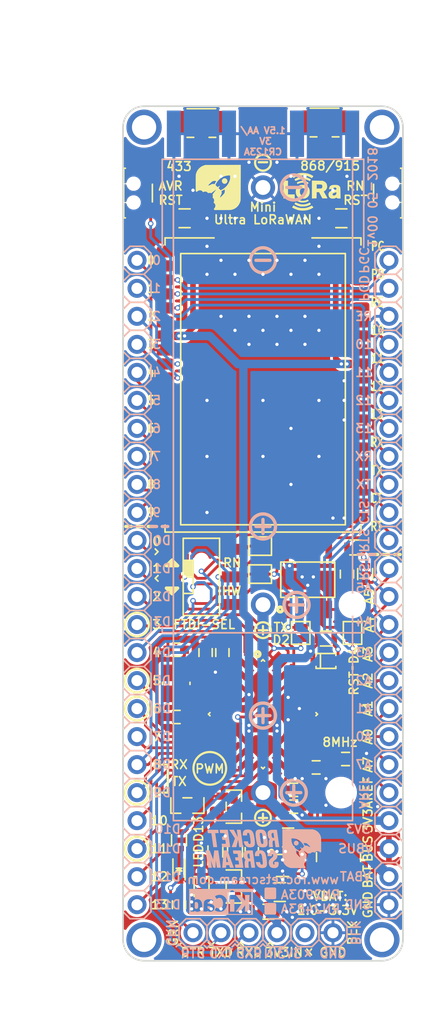
<source format=kicad_pcb>
(kicad_pcb (version 20221018) (generator pcbnew)
  (title_block (title "Mini Ultra LoRaWAN") (date "2016-12-26") (rev "0.10") (company "Rocket Scream Electronics"))
  (layers (0 "F.Cu" signal) (31 "B.Cu" signal) (34 "B.Paste" user) (35 "F.Paste" user) (36 "B.SilkS" user "B.Silkscreen") (37 "F.SilkS" user "F.Silkscreen") (38 "B.Mask" user) (39 "F.Mask" user) (44 "Edge.Cuts" user))
  (net 0 "")
  (net 1 "GND")
  (net 2 "/D4")
  (net 3 "/D9")
  (net 4 "/RST")
  (net 5 "/D3")
  (net 6 "3V3")
  (net 7 "/D5")
  (net 8 "/D6")
  (net 9 "/D7")
  (net 10 "/D8")
  (net 11 "/D10")
  (net 12 "/D11")
  (net 13 "/D12")
  (net 14 "/D13")
  (net 15 "AREF")
  (net 16 "/A7")
  (net 17 "/A0")
  (net 18 "/A1")
  (net 19 "/A2")
  (net 20 "/A3")
  (net 21 "/A4")
  (net 22 "/A5")
  (net 23 "/D0")
  (net 24 "/D1")
  (net 25 "/D2")
  (net 26 "Net-(D2-Pad1)")
  (net 27 "Net-(M1-Pad~{})")
  (net 28 "Net-(M2-Pad~{})")
  (net 29 "Net-(Q1-Pad3)")
  (net 30 "Net-(J1-Pad5)")
  (net 31 "Net-(C5-Pad1)")
  (net 32 "Net-(C6-Pad2)")
  (net 33 "Net-(J5-Pad1)")
  (net 34 "Net-(U3-Pad4)")
  (net 35 "Net-(U3-Pad5)")
  (net 36 "Net-(U3-Pad15)")
  (net 37 "Net-(U3-Pad16)")
  (net 38 "Net-(U3-Pad17)")
  (net 39 "Net-(U3-Pad18)")
  (net 40 "Net-(U3-Pad19)")
  (net 41 "Net-(U3-Pad29)")
  (net 42 "Net-(U3-Pad42)")
  (net 43 "Net-(J7-Pad1)")
  (net 44 "VBAT")
  (net 45 "VBUS")
  (net 46 "/TXD")
  (net 47 "/TX")
  (net 48 "/RX")
  (net 49 "/RXD")
  (net 50 "/RTS")
  (net 51 "/CTS")
  (net 52 "/GPIO13")
  (net 53 "/GPIO12")
  (net 54 "/GPIO11")
  (net 55 "/GPIO10")
  (net 56 "/PGC")
  (net 57 "/PGD")
  (net 58 "/RESET")
  (net 59 "/GPIO0")
  (net 60 "/GPIO1")
  (net 61 "/GPIO2")
  (net 62 "/GPIO3")
  (net 63 "/GPIO4")
  (net 64 "/GPIO5")
  (net 65 "/GPIO6")
  (net 66 "/GPIO7")
  (net 67 "/GPIO8")
  (net 68 "/GPIO9")
  (net 69 "Net-(U4-Pad7)")
  (net 70 "Net-(U4-Pad3)")
  (net 71 "Net-(U4-Pad2)")
  (net 72 "Net-(U4-Pad1)")
  (net 73 "3V3OUT")
  (net 74 "Net-(L2-Pad2)")
  (net 75 "Net-(C13-Pad1)")
  (net 76 "Net-(C4-Pad1)")
  (net 77 "3V3IN")
  (net 78 "Net-(C14-Pad2)")
  (footprint "RocketScreamKicadLibrary:SOT-23" (layer "F.Cu") (at 156.642 136.03 180)
    (fp_text reference "Q1" hide)
    (fp_text value "2N7002")
  )
  (footprint "RocketScreamKicadLibrary:R_0603" (layer "F.Cu") (at 155.88 139.078 -90)
    (fp_text reference "R2" hide)
    (fp_text value "2K2")
  )
  (footprint "RocketScreamKicadLibrary:R_0603" (layer "F.Cu") (at 169.215 120.79)
    (fp_text reference "R1" hide)
    (fp_text value "10K")
  )
  (footprint "RocketScreamKicadLibrary:I_0603" (layer "F.Cu") (at 166.294 136.03)
    (fp_text reference "L1" hide)
    (fp_text value "LBMF1608T100K")
  )
  (footprint "RocketScreamKicadLibrary:FIDUCIAL-1MM" (layer "F.Cu") (at 170.739 127.648)
    (fp_text reference "M1" hide)
    (fp_text value "FIDUCIAL")
  )
  (footprint "RocketScreamKicadLibrary:FIDUCIAL-1MM" (layer "F.Cu") (at 163.5 75.07)
    (fp_text reference "M2" hide)
    (fp_text value "FIDUCIAL")
  )
  (footprint "RocketScreamKicadLibrary:C_0603" (layer "F.Cu") (at 158.293 122.06 90)
    (fp_text reference "C2" hide)
    (fp_text value "100nF")
  )
  (footprint "RocketScreamKicadLibrary:C_0603" (layer "F.Cu") (at 170.993 131.712)
    (fp_text reference "C7" hide)
    (fp_text value "100nF")
  )
  (footprint "RocketScreamKicadLibrary:C_0603" (layer "F.Cu") (at 155.88 144.92 -90)
    (fp_text reference "C6" hide)
    (fp_text value "100nF")
  )
  (footprint "RocketScreamKicadLibrary:C_0603" (layer "F.Cu") (at 166.294 134.506)
    (fp_text reference "C5" hide)
    (fp_text value "100nF")
  )
  (footprint "RocketScreamKicadLibrary:C_0603" (layer "F.Cu") (at 155.626 121.806 180)
    (fp_text reference "C4" hide)
    (fp_text value "10pF")
  )
  (footprint "RocketScreamKicadLibrary:C_0603" (layer "F.Cu") (at 159.817 122.06 90)
    (fp_text reference "C1" hide)
    (fp_text value "100nF")
  )
  (footprint "RocketScreamKicadLibrary:TQFP-32_7x7mm_Pitch0.8mm" (layer "F.Cu") (at 163.5 127.648 -45)
    (fp_text reference "U2" hide)
    (fp_text value "ATMEGA328P-AU")
  )
  (footprint "RocketScreamKicadLibrary:LED_0603" (layer "F.Cu") (at 155.88 141.872 -90)
    (fp_text reference "D2" hide)
    (fp_text value "Red")
  )
  (footprint "RocketScreamKicadLibrary:RN2xx3" (layer "F.Cu") (at 163.504442 97.803)
    (fp_text reference "U3" hide)
    (fp_text value "RN2483")
  )
  (footprint "RocketScreamKicadLibrary:RF-SMA-EDGE_Without_Feed" (layer "F.Cu") (at 169.088 75.025948 90)
    (fp_text reference "J6" hide)
    (fp_text value "RF-SMA-EDGE_Without_Feed")
  )
  (footprint "RocketScreamKicadLibrary:RF-SMA-EDGE_Without_Feed" (layer "F.Cu") (at 157.912 75.025948 90)
    (fp_text reference "J4" hide)
    (fp_text value "RF-SMA-EDGE_Without_Feed")
  )
  (footprint "RocketScreamKicadLibrary:HOLE_PTH_2.2MM" (layer "F.Cu") (at 174.295 74.435)
    (fp_text reference "M4" hide)
    (fp_text value "MOUNT_HOLE")
  )
  (footprint "RocketScreamKicadLibrary:HOLE_PTH_2.2MM" (layer "F.Cu") (at 152.709442 74.435)
    (fp_text reference "M3" hide)
    (fp_text value "MOUNT_HOLE")
  )
  (footprint "RocketScreamKicadLibrary:HOLE_PTH_2.2MM" (layer "F.Cu") (at 152.705 148.095)
    (fp_text reference "M5" hide)
    (fp_text value "MOUNT_HOLE")
  )
  (footprint "RocketScreamKicadLibrary:HOLE_PTH_2.2MM" (layer "F.Cu") (at 174.295 148.095)
    (fp_text reference "M6" hide)
    (fp_text value "MOUNT_HOLE")
  )
  (footprint "RocketScreamKicadLibrary:U.FL-R-SMT_Extended" (layer "F.Cu") (at 169.088 74.009948 180)
    (fp_text reference "J5" hide)
    (fp_text value "U.FL-R-SMT")
  )
  (footprint "RocketScreamKicadLibrary:U.FL-R-SMT_Extended" (layer "F.Cu") (at 157.912 74.054 180)
    (fp_text reference "J7" hide)
    (fp_text value "U.FL-R-SMT")
  )
  (footprint "RocketScreamKicadLibrary:C_0805" (layer "F.Cu") (at 165.786 138.824 180)
    (fp_text reference "C3" hide)
    (fp_text value "47uF 10V X5R")
  )
  (footprint "RocketScreamKicadLibrary:R_0603" (layer "F.Cu") (at 159.182 140.094 90)
    (fp_text reference "R3" hide)
    (fp_text value "100K")
  )
  (footprint "RocketScreamKicadLibrary:R_0603" (layer "F.Cu") (at 160.96 140.094 -90)
    (fp_text reference "R4" hide)
    (fp_text value "316K")
  )
  (footprint "RocketScreamKicadLibrary:SOT-23" (layer "F.Cu") (at 160.96 136.03 -90)
    (fp_text reference "Q2" hide)
    (fp_text value "DMP2035U")
  )
  (footprint "RocketScreamKicadLibrary:C_0805" (layer "F.Cu") (at 165.024 143.777)
    (fp_text reference "C8" hide)
    (fp_text value "47uF 10V X5R")
  )
  (footprint "RocketScreamKicadLibrary:C_0603" (layer "F.Cu") (at 168.326 132.474)
    (fp_text reference "C9" hide)
    (fp_text value "100nF")
  )
  (footprint "RocketScreamKicadLibrary:JUMPER-1-WAY-SMD" (layer "F.Cu") (at 171.628 120.282 -90)
    (fp_text reference "JP1" hide)
    (fp_text value "JUMPER-1-WAY")
  )
  (footprint "RocketScreamKicadLibrary:JUMPER-1-WAY-SMD" (layer "F.Cu") (at 166.929 120.282 90)
    (fp_text reference "JP4" hide)
    (fp_text value "JUMPER-1-WAY")
  )
  (footprint "RocketScreamKicadLibrary:JUMPER-1-WAY-SMD" (layer "F.Cu") (at 163.246 114.948)
    (fp_text reference "JP2" hide)
    (fp_text value "JUMPER-1-WAY")
  )
  (footprint "RocketScreamKicadLibrary:JUMPER-1-WAY-SMD" (layer "F.Cu") (at 163.246 112.408)
    (fp_text reference "JP3" hide)
    (fp_text value "JUMPER-1-WAY")
  )
  (footprint "RocketScreamKicadLibrary:TS-018" (layer "F.Cu") (at 175.438 80.404 -90)
    (fp_text reference "SW3" hide)
    (fp_text value "SPNO")
  )
  (footprint "RocketScreamKicadLibrary:TS-018" (layer "F.Cu") (at 151.562 80.404 90)
    (fp_text reference "SW1" hide)
    (fp_text value "SPNO")
  )
  (footprint "RocketScreamKicadLibrary:C_0805" (layer "F.Cu") (at 156.388 82.69)
    (fp_text reference "C10" hide)
    (fp_text value "47uF 10V X5R")
  )
  (footprint "RocketScreamKicadLibrary:C_0805" (layer "F.Cu") (at 170.612 82.69 180)
    (fp_text reference "C11" hide)
    (fp_text value "47uF 10V X5R")
  )
  (footprint "RocketScreamKicadLibrary:LOGO-ROCKET-SCREAM_Without_Text_XXXSmall" (layer "F.Cu") (at 159.436 79.896)
    (fp_text reference "LOGO4" hide)
    (fp_text value "LOGO-ROCKET-SCREAM" hide)
  )
  (footprint "RocketScreamKicadLibrary:LOGO-LORA_XSmall" (layer "F.Cu") (at 167.945 80.277)
    (fp_text reference "LOGO3" hide)
    (fp_text value "LOGO-LORA" hide)
  )
  (footprint "RocketScreamKicadLibrary:R_0603" (layer "F.Cu") (at 172.771 114.948 -90)
    (fp_text reference "R5" hide)
    (fp_text value "2K2")
  )
  (footprint "RocketScreamKicadLibrary:R_0603" (layer "F.Cu") (at 171.882 112.535)
    (fp_text reference "R6" hide)
    (fp_text value "2K2")
  )
  (footprint "RocketScreamKicadLibrary:C_0603" (layer "F.Cu") (at 171.12 114.948 -90)
    (fp_text reference "C12" hide)
    (fp_text value "100nF")
  )
  (footprint "RocketScreamKicadLibrary:SOIC-8-N_8S1" (layer "F.Cu") (at 167.564 115.456 90)
    (fp_text reference "U4" hide)
    (fp_text value "ATECC508A-SSHDA")
  )
  (footprint "RocketScreamKicadLibrary:SOT-23" (layer "F.Cu") (at 160.96 143.269 -90)
    (fp_text reference "Q3" hide)
    (fp_text value "DMP2035U")
  )
  (footprint "RocketScreamKicadLibrary:R_0603" (layer "F.Cu") (at 164.008 145.555 180)
    (fp_text reference "R7" hide)
    (fp_text value "10K")
  )
  (footprint "RocketScreamKicadLibrary:NX3225GD" (layer "F.Cu") (at 155.626 124.854 -90)
    (fp_text reference "Y1" hide)
    (fp_text value "NX3225GD")
  )
  (footprint "RocketScreamKicadLibrary:IS-1390" (layer "F.Cu") (at 157.912 115.202 -90)
    (fp_text reference "SW2" hide)
    (fp_text value "IS-1390")
  )
  (footprint "RocketScreamKicadLibrary:C_0603" (layer "F.Cu") (at 155.626 127.902 180)
    (fp_text reference "C13" hide)
    (fp_text value "10pF")
  )
  (footprint "RocketScreamKicadLibrary:WSON-8" (layer "F.Cu") (at 165.278 141.364 90)
    (fp_text reference "U1" hide)
    (fp_text value "TPS61021ADSG")
  )
  (footprint "RocketScreamKicadLibrary:SRN4012TA" (layer "F.Cu") (at 170.358 140.602 -90)
    (fp_text reference "L2" hide)
    (fp_text value "SRN4012TA-R47M")
  )
  (footprint "RocketScreamKicadLibrary:C_0603" (layer "F.Cu") (at 162.484 140.094 90)
    (fp_text reference "C14" hide)
    (fp_text value "47pF")
  )
  (footprint "RocketScreamKicadLibrary:SOD-323" (layer "F.Cu") (at 157.929 143.269 90)
    (fp_text reference "D3" hide)
    (fp_text value "PMEG3010CEJ")
  )
  (footprint "RocketScreamKicadLibrary:SOD-323" (layer "F.Cu") (at 169.215 122.822)
    (fp_text reference "D1" hide)
    (fp_text value "1N4148")
  )
  (footprint "RocketScreamKicadLibrary:HDR_1x6_Pitch2.54mm" (layer "B.Cu") (at 163.5 147.46)
    (fp_text reference "J1" hide)
    (fp_text value "2.54 mm 1x6")
  )
  (footprint "RocketScreamKicadLibrary:HDR_1x24_Pitch2.54mm" (layer "B.Cu") (at 174.93 115.71 -90)
    (fp_text reference "J3" hide)
    (fp_text value "2.54 mm 1x24")
  )
  (footprint "RocketScreamKicadLibrary:HDR_1x24_Pitch2.54mm" (layer "B.Cu") (at 152.07 115.71 -90)
    (fp_text reference "J2" hide)
    (fp_text value "2.54 mm 1x24")
  )
  (footprint "RocketScreamKicadLibrary:1028-1051" (layer "B.Cu") (at 163.5 98.806 90)
    (fp_text reference "BT1" hide)
    (fp_text value "CR123A/AA")
  )
  (footprint "RocketScreamKicadLibrary:LOGO-KICAD_XXXSmall" (layer "B.Cu") (at 159.69 144.666 180)
    (fp_text reference "LOGO1" hide)
    (fp_text value "LOGO-KICAD" hide)
  )
  (footprint "RocketScreamKicadLibrary:LOGO-ROCKET-SCREAM_Horizontal_XXSmall" (layer "B.Cu") (at 163.5 139.84 180)
    (fp_text reference "LOGO2" hide)
    (fp_text value "LOGO-ROCKET-SCREAM" hide)
  )
  (gr_line (start 165.659 134.76) (end 166.929 134.76) (stroke (width 0.3)) (layer "B.SilkS"))
  (gr_circle (center 166.548 117.742) (end 165.532 118.25) (stroke (width 0.3)) (fill none) (layer "B.SilkS"))
  (gr_line (start 165.913 117.742) (end 167.183 117.742) (stroke (width 0.3)) (layer "B.SilkS"))
  (gr_line (start 166.548 118.377) (end 166.548 117.107) (stroke (width 0.3)) (layer "B.SilkS"))
  (gr_circle (center 166.294 79.896) (end 165.278 80.404) (stroke (width 0.3)) (fill none) (layer "B.SilkS"))
  (gr_line (start 165.659 79.896) (end 166.929 79.896) (stroke (width 0.3)) (layer "B.SilkS"))
  (gr_line (start 155.88 148.476) (end 156.134 148.73) (stroke (width 0.15)) (layer "B.SilkS"))
  (gr_line (start 155.626 148.73) (end 155.88 148.476) (stroke (width 0.15)) (layer "B.SilkS"))
  (gr_line (start 158.166 148.603) (end 158.42 148.857) (stroke (width 0.15)) (layer "B.SilkS"))
  (gr_line (start 158.42 148.857) (end 158.674 148.603) (stroke (width 0.15)) (layer "B.SilkS"))
  (gr_line (start 160.706 148.73) (end 160.96 148.476) (stroke (width 0.15)) (layer "B.SilkS"))
  (gr_line (start 160.96 148.476) (end 161.214 148.73) (stroke (width 0.15)) (layer "B.SilkS"))
  (gr_line (start 163.246 148.73) (end 163.5 148.476) (stroke (width 0.15)) (layer "B.SilkS"))
  (gr_line (start 163.5 148.476) (end 163.754 148.73) (stroke (width 0.15)) (layer "B.SilkS"))
  (gr_line (start 173.152 113.17) (end 173.66 113.17) (stroke (width 0.3)) (layer "B.SilkS"))
  (gr_line (start 172.136 113.17) (end 172.644 113.17) (stroke (width 0.3)) (layer "B.SilkS"))
  (gr_line (start 153.34 110.63) (end 153.848 110.63) (stroke (width 0.3)) (layer "B.SilkS"))
  (gr_line (start 154.356 110.63) (end 154.864 110.63) (stroke (width 0.3)) (layer "B.SilkS"))
  (gr_circle (center 163.5 86.5) (end 162.484 87.008) (stroke (width 0.3)) (fill none) (layer "B.SilkS"))
  (gr_line (start 162.865 86.5) (end 164.135 86.5) (stroke (width 0.3)) (layer "B.SilkS"))
  (gr_circle (center 163.5 110.63) (end 162.484 111.138) (stroke (width 0.3)) (fill none) (layer "B.SilkS"))
  (gr_line (start 163.5 111.265) (end 163.5 109.995) (stroke (width 0.3)) (layer "B.SilkS"))
  (gr_line (start 162.865 110.63) (end 164.135 110.63) (stroke (width 0.3)) (layer "B.SilkS"))
  (gr_circle (center 163.5 127.775) (end 162.484 128.283) (stroke (width 0.3)) (fill none) (layer "B.SilkS"))
  (gr_line (start 163.5 127.14) (end 163.5 128.41) (stroke (width 0.3)) (layer "B.SilkS"))
  (gr_line (start 162.865 127.775) (end 164.135 127.775) (stroke (width 0.3)) (layer "B.SilkS"))
  (gr_line (start 164.549941 145.667804) (end 163.787941 145.667804) (stroke (width 0.3)) (layer "B.SilkS"))
  (gr_line (start 163.787941 144.905804) (end 164.549941 144.905804) (stroke (width 0.3)) (layer "B.SilkS"))
  (gr_line (start 163.787941 143.762804) (end 164.549941 143.762804) (stroke (width 0.3)) (layer "B.SilkS"))
  (gr_line (start 164.549941 144.905804) (end 164.549941 145.667804) (stroke (width 0.3)) (layer "B.SilkS"))
  (gr_line (start 163.787941 145.159804) (end 164.549941 145.159804) (stroke (width 0.3)) (layer "B.SilkS"))
  (gr_line (start 163.787941 144.016804) (end 164.549941 144.016804) (stroke (width 0.3)) (layer "B.SilkS"))
  (gr_line (start 164.549941 143.508804) (end 164.549941 144.270804) (stroke (width 0.3)) (layer "B.SilkS"))
  (gr_line (start 163.787941 145.667804) (end 163.787941 144.905804) (stroke (width 0.3)) (layer "B.SilkS"))
  (gr_circle (center 166.294 134.76) (end 165.278 135.268) (stroke (width 0.3)) (fill none) (layer "B.SilkS"))
  (gr_line (start 164.549941 144.270804) (end 163.787941 144.270804) (stroke (width 0.3)) (layer "B.SilkS"))
  (gr_line (start 163.787941 144.270804) (end 163.787941 143.508804) (stroke (width 0.3)) (layer "B.SilkS"))
  (gr_line (start 163.787941 145.413804) (end 164.549941 145.413804) (stroke (width 0.3)) (layer "B.SilkS"))
  (gr_line (start 166.294 134.125) (end 166.294 135.395) (stroke (width 0.3)) (layer "B.SilkS"))
  (gr_line (start 163.787941 143.508804) (end 164.549941 143.508804) (stroke (width 0.3)) (layer "B.SilkS"))
  (gr_circle (center 152.07 139.84) (end 151.308 140.602) (stroke (width 0.2)) (fill none) (layer "F.SilkS"))
  (gr_circle (center 152.07 127.14) (end 151.308 127.902) (stroke (width 0.2)) (fill none) (layer "F.SilkS"))
  (gr_circle (center 152.07 124.6) (end 151.308 125.362) (stroke (width 0.2)) (fill none) (layer "F.SilkS"))
  (gr_circle (center 152.07 119.52) (end 151.308 120.282) (stroke (width 0.2)) (fill none) (layer "F.SilkS"))
  (gr_line (start 175.438 113.17) (end 175.946 113.17) (stroke (width 0.3)) (layer "F.SilkS"))
  (gr_line (start 174.422 113.17) (end 174.93 113.17) (stroke (width 0.3)) (layer "F.SilkS"))
  (gr_line (start 173.406 113.17) (end 173.914 113.17) (stroke (width 0.3)) (layer "F.SilkS"))
  (gr_line (start 153.721 113.17) (end 153.975 112.916) (stroke (width 0.15)) (layer "F.SilkS"))
  (gr_line (start 153.975 112.916) (end 153.721 112.662) (stroke (width 0.15)) (layer "F.SilkS"))
  (gr_line (start 153.721 115.329) (end 153.975 115.075) (stroke (width 0.15)) (layer "F.SilkS"))
  (gr_line (start 153.975 115.583) (end 153.721 115.329) (stroke (width 0.15)) (layer "F.SilkS"))
  (gr_circle (center 163.5 77.65358) (end 162.992 78.16158) (stroke (width 0.2)) (fill none) (layer "F.SilkS"))
  (gr_line (start 163.881 148.603) (end 164.135 148.349) (stroke (width 0.15)) (layer "F.SilkS"))
  (gr_line (start 164.135 148.349) (end 164.389 148.603) (stroke (width 0.15)) (layer "F.SilkS"))
  (gr_line (start 155.88 148.603) (end 156.134 148.349) (stroke (width 0.15)) (layer "F.SilkS"))
  (gr_line (start 156.134 148.349) (end 156.388 148.603) (stroke (width 0.15)) (layer "F.SilkS"))
  (gr_circle (center 158.674 132.558061) (end 157.404 133.320061) (stroke (width 0.2)) (fill none) (layer "F.SilkS"))
  (gr_circle (center 163.5 120.028) (end 162.992 120.536) (stroke (width 0.2)) (fill none) (layer "F.SilkS"))
  (gr_line (start 171.628 123.584) (end 171.628 123.33) (stroke (width 0.2)) (layer "F.SilkS"))
  (gr_line (start 153.086 110.63) (end 153.594 110.63) (stroke (width 0.3)) (layer "F.SilkS"))
  (gr_line (start 155.245 113.678) (end 154.737 114.186) (stroke (width 0.3)) (layer "F.SilkS"))
  (gr_line (start 163.119 77.61) (end 163.881 77.61) (stroke (width 0.2)) (layer "F.SilkS"))
  (gr_line (start 154.737 116.218) (end 155.753 116.218) (stroke (width 0.3)) (layer "F.SilkS"))
  (gr_line (start 161.214 148.603) (end 161.468 148.349) (stroke (width 0.15)) (layer "F.SilkS"))
  (gr_line (start 154.356 132.22) (end 154.864 132.22) (stroke (width 0.2)) (layer "F.SilkS"))
  (gr_line (start 155.753 116.218) (end 155.245 116.726) (stroke (width 0.3)) (layer "F.SilkS"))
  (gr_line (start 151.054 110.63) (end 151.562 110.63) (stroke (width 0.3)) (layer "F.SilkS"))
  (gr_line (start 154.737 114.186) (end 155.753 114.186) (stroke (width 0.3)) (layer "F.SilkS"))
  (gr_line (start 154.864 132.22) (end 154.864 134.76) (stroke (width 0.2)) (layer "F.SilkS"))
  (gr_line (start 155.245 113.678) (end 155.245 114.186) (stroke (width 0.3)) (layer "F.SilkS"))
  (gr_line (start 158.547 148.349) (end 158.801 148.603) (stroke (width 0.15)) (layer "F.SilkS"))
  (gr_circle (center 152.07 134.76) (end 151.308 135.522) (stroke (width 0.2)) (fill none) (layer "F.SilkS"))
  (gr_line (start 152.07 110.63) (end 152.578 110.63) (stroke (width 0.3)) (layer "F.SilkS"))
  (gr_line (start 158.801 148.603) (end 159.055 148.349) (stroke (width 0.15)) (layer "F.SilkS"))
  (gr_line (start 155.245 116.218) (end 155.245 116.726) (stroke (width 0.3)) (layer "F.SilkS"))
  (gr_line (start 155.245 116.726) (end 154.737 116.218) (stroke (width 0.3)) (layer "F.SilkS"))
  (gr_line (start 161.468 148.349) (end 161.722 148.603) (stroke (width 0.15)) (layer "F.SilkS"))
  (gr_line (start 155.753 114.186) (end 155.245 113.678) (stroke (width 0.3)) (layer "F.SilkS"))
  (gr_circle (center 163.5 137.046) (end 162.992 137.554) (stroke (width 0.2)) (fill none) (layer "F.SilkS"))
  (gr_line (start 154.864 134.76) (end 154.356 134.76) (stroke (width 0.2)) (layer "F.SilkS"))
  (gr_line (start 176.2 148.095) (end 176.2 74.435) (stroke (width 0.15)) (layer "Edge.Cuts"))
  (gr_line (start 150.8 148.095) (end 150.8 74.435) (stroke (width 0.15)) (layer "Edge.Cuts"))
  (gr_arc (start 150.8 74.435) (mid 151.357962 73.087962) (end 152.705 72.53) (stroke (width 0.15)) (layer "Edge.Cuts"))
  (gr_arc (start 174.295 72.53) (mid 175.642038 73.087962) (end 176.2 74.435) (stroke (width 0.15)) (layer "Edge.Cuts"))
  (gr_line (start 152.705 150) (end 174.295 150) (stroke (width 0.15)) (layer "Edge.Cuts"))
  (gr_arc (start 152.705 150) (mid 151.357962 149.442038) (end 150.8 148.095) (stroke (width 0.15)) (layer "Edge.Cuts"))
  (gr_arc (start 176.2 148.095) (mid 175.642038 149.442038) (end 174.295 150) (stroke (width 0.15)) (layer "Edge.Cuts"))
  (gr_line (start 152.705 72.53) (end 174.295 72.53) (stroke (width 0.15)) (layer "Edge.Cuts"))
  (gr_text "1v00 05-2018" (at 173.406 80.785 270) (layer "B.SilkS") (effects (font (size 0.8 0.8)) (justify mirror)))
  (gr_text "1.5V AA/\n3V \nCR123A" (at 163.5 75.705) (layer "B.SilkS") (effects (font (size 0.6 0.6)) (justify mirror)))
  (gr_text "www.rocketscream.com" (at 163.5 142.634) (layer "B.SilkS") (effects (font (size 0.8 0.8)) (justify mirror)))
  (gr_text "RN2903A\nRN2483A" (at 167.818 144.666) (layer "B.SilkS") (effects (font (size 0.8 0.8)) (justify mirror)))
  (gr_text "0" (at 153.848 86.5) (layer "B.SilkS") (effects (font (size 0.8 0.8)) (justify mirror)))
  (gr_text "1" (at 153.848 89.04) (layer "B.SilkS") (effects (font (size 0.8 0.8)) (justify mirror)))
  (gr_text "2" (at 153.848 91.58) (layer "B.SilkS") (effects (font (size 0.8 0.8)) (justify mirror)))
  (gr_text "3" (at 153.848 94.12) (layer "B.SilkS") (effects (font (size 0.8 0.8)) (justify mirror)))
  (gr_text "4" (at 153.848 96.66) (layer "B.SilkS") (effects (font (size 0.8 0.8)) (justify mirror)))
  (gr_text "D0" (at 154.356 111.9) (layer "B.SilkS") (effects (font (size 0.8 0.8)) (justify mirror)))
  (gr_text "D1" (at 154.356 114.44) (layer "B.SilkS") (effects (font (size 0.8 0.8)) (justify mirror)))
  (gr_text "D2" (at 154.356 116.98) (layer "B.SilkS") (effects (font (size 0.8 0.8)) (justify mirror)))
  (gr_text "D3" (at 154.356 119.266) (layer "B.SilkS") (effects (font (size 0.8 0.8)) (justify mirror)))
  (gr_text "D4" (at 154.356 122.06) (layer "B.SilkS") (effects (font (size 0.8 0.8)) (justify mirror)))
  (gr_text "D5" (at 154.356 124.6) (layer "B.SilkS") (effects (font (size 0.8 0.8)) (justify mirror)))
  (gr_text "D6" (at 154.356 127.14) (layer "B.SilkS") (effects (font (size 0.8 0.8)) (justify mirror)))
  (gr_text "D7" (at 154.356 129.68) (layer "B.SilkS") (effects (font (size 0.8 0.8)) (justify mirror)))
  (gr_text "D8" (at 154.356 132.22) (layer "B.SilkS") (effects (font (size 0.8 0.8)) (justify mirror)))
  (gr_text "D9" (at 154.356 134.76) (layer "B.SilkS") (effects (font (size 0.8 0.8)) (justify mirror)))
  (gr_text "D10" (at 154.864 138.062) (layer "B.SilkS") (effects (font (size 0.8 0.8)) (justify mirror)))
  (gr_text "D11" (at 154.864 139.84) (layer "B.SilkS") (effects (font (size 0.8 0.8)) (justify mirror)))
  (gr_text "D12" (at 154.864 142.38) (layer "B.SilkS") (effects (font (size 0.8 0.8)) (justify mirror)))
  (gr_text "D13" (at 154.864 144.92) (layer "B.SilkS") (effects (font (size 0.8 0.8)) (justify mirror)))
  (gr_text "RST" (at 172.644 114.44 270) (layer "B.SilkS") (effects (font (size 0.8 0.8)) (justify mirror)))
  (gr_text "A5" (at 172.644 116.218) (layer "B.SilkS") (effects (font (size 0.8 0.8)) (justify mirror)))
  (gr_text "A4" (at 172.644 119.266) (layer "B.SilkS") (effects (font (size 0.8 0.8)) (justify mirror)))
  (gr_text "A3" (at 172.644 122.06) (layer "B.SilkS") (effects (font (size 0.8 0.8)) (justify mirror)))
  (gr_text "A2" (at 172.644 124.6) (layer "B.SilkS") (effects (font (size 0.8 0.8)) (justify mirror)))
  (gr_text "A1" (at 172.644 127.14) (layer "B.SilkS") (effects (font (size 0.8 0.8)) (justify mirror)))
  (gr_text "A0" (at 172.644 129.68) (layer "B.SilkS") (effects (font (size 0.8 0.8)) (justify mirror)))
  (gr_text "GND" (at 172.136 144.92) (layer "B.SilkS") (effects (font (size 0.8 0.8)) (justify mirror)))
  (gr_text "VBAT" (at 171.882 142.38) (layer "B.SilkS") (effects (font (size 0.8 0.8)) (justify mirror)))
  (gr_text "VBUS" (at 171.882 139.84) (layer "B.SilkS") (effects (font (size 0.8 0.8)) (justify mirror)))
  (gr_text "A7" (at 172.644 132.22) (layer "B.SilkS") (effects (font (size 0.8 0.8)) (justify mirror)))
  (gr_text "AREF" (at 172.644 134.76 270) (layer "B.SilkS") (effects (font (size 0.8 0.8)) (justify mirror)))
  (gr_text "3V3" (at 172.136 138.062) (layer "B.SilkS") (effects (font (size 0.8 0.8)) (justify mirror)))
  (gr_text "DTR" (at 157.15 149.365) (layer "B.SilkS") (effects (font (size 0.8 0.8)) (justify mirror)))
  (gr_text "TXD" (at 159.69 149.365) (layer "B.SilkS") (effects (font (size 0.8 0.8)) (justify mirror)))
  (gr_text "RXD" (at 162.23 149.365) (layer "B.SilkS") (effects (font (size 0.8 0.8)) (justify mirror)))
  (gr_text "3V3IN" (at 165.278 149.365) (layer "B.SilkS") (effects (font (size 0.8 0.8)) (justify mirror)))
  (gr_text "x" (at 167.564 149.238) (layer "B.SilkS") (effects (font (size 0.8 0.8)) (justify mirror)))
  (gr_text "GND" (at 169.85 149.365) (layer "B.SilkS") (effects (font (size 0.8 0.8)) (justify mirror)))
  (gr_text "5" (at 153.848 99.2) (layer "B.SilkS") (effects (font (size 0.8 0.8)) (justify mirror)))
  (gr_text "6" (at 153.848 101.74) (layer "B.SilkS") (effects (font (size 0.8 0.8)) (justify mirror)))
  (gr_text "7" (at 153.848 104.28) (layer "B.SilkS") (effects (font (size 0.8 0.8)) (justify mirror)))
  (gr_text "8" (at 153.848 106.82) (layer "B.SilkS") (effects (font (size 0.8 0.8)) (justify mirror)))
  (gr_text "9" (at 153.848 109.36) (layer "B.SilkS") (effects (font (size 0.8 0.8)) (justify mirror)))
  (gr_text "RTS" (at 172.644 111.9 270) (layer "B.SilkS") (effects (font (size 0.8 0.8)) (justify mirror)))
  (gr_text "CTS" (at 172.644 109.36 270) (layer "B.SilkS") (effects (font (size 0.8 0.8)) (justify mirror)))
  (gr_text "TX" (at 172.644 106.82) (layer "B.SilkS") (effects (font (size 0.8 0.8)) (justify mirror)))
  (gr_text "RX" (at 172.644 104.28) (layer "B.SilkS") (effects (font (size 0.8 0.8)) (justify mirror)))
  (gr_text "13" (at 172.644 101.74) (layer "B.SilkS") (effects (font (size 0.8 0.8)) (justify mirror)))
  (gr_text "12" (at 172.644 99.2) (layer "B.SilkS") (effects (font (size 0.8 0.8)) (justify mirror)))
  (gr_text "11" (at 172.644 96.66) (layer "B.SilkS") (effects (font (size 0.8 0.8)) (justify mirror)))
  (gr_text "10" (at 172.644 94.12) (layer "B.SilkS") (effects (font (size 0.8 0.8)) (justify mirror)))
  (gr_text "RE" (at 172.644 91.58) (layer "B.SilkS") (effects (font (size 0.8 0.8)) (justify mirror)))
  (gr_text "PGD" (at 172.644 89.04 270) (layer "B.SilkS") (effects (font (size 0.8 0.8)) (justify mirror)))
  (gr_text "PGC" (at 172.644 86.5 270) (layer "B.SilkS") (effects (font (size 0.8 0.8)) (justify mirror)))
  (gr_text "GRN" (at 155.118 147.46 270) (layer "B.SilkS") (effects (font (size 0.8 0.8)) (justify mirror)))
  (gr_text "BLK" (at 171.882 147.46 270) (layer "B.SilkS") (effects (font (size 0.8 0.8)) (justify mirror)))
  (gr_text "12" (at 154.102 142.38) (layer "F.SilkS") (effects (font (size 0.8 0.8))))
  (gr_text "11" (at 154.102 139.84) (layer "F.SilkS") (effects (font (size 0.8 0.8))))
  (gr_text "10" (at 154.102 137.3) (layer "F.SilkS") (effects (font (size 0.8 0.8))))
  (gr_text "9" (at 153.848 134.76) (layer "F.SilkS") (effects (font (size 0.8 0.8))))
  (gr_text "8" (at 153.848 132.22) (layer "F.SilkS") (effects (font (size 0.8 0.8))))
  (gr_text "7" (at 153.848 129.68) (layer "F.SilkS") (effects (font (size 0.8 0.8))))
  (gr_text "6" (at 153.848 127.14) (layer "F.SilkS") (effects (font (size 0.8 0.8))))
  (gr_text "5" (at 153.848 124.6) (layer "F.SilkS") (effects (font (size 0.8 0.8))))
  (gr_text "4" (at 153.848 122.06) (layer "F.SilkS") (effects (font (size 0.8 0.8))))
  (gr_text "3" (at 153.848 119.52) (layer "F.SilkS") (effects (font (size 0.8 0.8))))
  (gr_text "2" (at 153.848 116.98) (layer "F.SilkS") (effects (font (size 0.8 0.8))))
  (gr_text "1" (at 153.848 114.44) (layer "F.SilkS") (effects (font (size 0.8 0.8))))
  (gr_text "0" (at 153.848 111.9 180) (layer "F.SilkS") (effects (font (size 0.8 0.8))))
  (gr_text "BLK" (at 171.628 147.46 90) (layer "F.SilkS") (effects (font (size 0.8 0.8))))
  (gr_text "GRN" (at 155.372 147.46 90) (layer "F.SilkS") (effects (font (size 0.8 0.8))))
  (gr_text "GND" (at 169.85 149.238) (layer "F.SilkS") (effects (font (size 0.8 0.8))))
  (gr_text "LED" (at 157.658 140.475 90) (layer "F.SilkS") (effects (font (size 0.8 0.8))))
  (gr_text "RXD" (at 162.23 149.238) (layer "F.SilkS") (effects (font (size 0.8 0.8))))
  (gr_text "TXD" (at 159.69 149.238) (layer "F.SilkS") (effects (font (size 0.8 0.8))))
  (gr_text "DTR" (at 157.15 149.238) (layer "F.SilkS") (effects (font (size 0.8 0.8))))
  (gr_text "AVR\nRST" (at 155.118 80.404) (layer "F.SilkS") (effects (font (size 0.8 0.8))))
  (gr_text "A5" (at 173.152 116.98 90) (layer "F.SilkS") (effects (font (size 0.8 0.8))))
  (gr_text "A4" (at 173.152 119.52 90) (layer "F.SilkS") (effects (font (size 0.8 0.8))))
  (gr_text "A3" (at 173.025 122.187 90) (layer "F.SilkS") (effects (font (size 0.8 0.8))))
  (gr_text "A2" (at 173.025 124.6 90) (layer "F.SilkS") (effects (font (size 0.8 0.8))))
  (gr_text "A1" (at 173.025 127.14 90) (layer "F.SilkS") (effects (font (size 0.8 0.8))))
  (gr_text "A0" (at 173.025 129.68 90) (layer "F.SilkS") (effects (font (size 0.8 0.8))))
  (gr_text "A7" (at 173.025 132.22 90) (layer "F.SilkS") (effects (font (size 0.8 0.8))))
  (gr_text "GND" (at 173.025 144.92 90) (layer "F.SilkS") (effects (font (size 0.8 0.8))))
  (gr_text "BUS" (at 173.025 139.84 90) (layer "F.SilkS") (effects (font (size 0.8 0.8))))
  (gr_text "3V3" (at 173.025 137.3 90) (layer "F.SilkS") (effects (font (size 0.8 0.8))))
  (gr_text "BAT" (at 173.025 142.38 90) (layer "F.SilkS") (effects (font (size 0.8 0.8))))
  (gr_text "AREF" (at 173.025 134.76 90) (layer "F.SilkS") (effects (font (size 0.8 0.8))))
  (gr_text "Ultra LoRaWAN" (at 163.5 82.817) (layer "F.SilkS") (effects (font (size 0.8 0.8))))
  (gr_text "0" (at 153.34 86.5) (layer "F.SilkS") (effects (font (size 0.8 0.6))))
  (gr_text "1" (at 153.34 89.04) (layer "F.SilkS") (effects (font (size 0.8 0.6))))
  (gr_text "2" (at 153.34 91.58) (layer "F.SilkS") (effects (font (size 0.8 0.6))))
  (gr_text "3" (at 153.34 94.12) (layer "F.SilkS") (effects (font (size 0.8 0.6))))
  (gr_text "4" (at 153.34 96.66) (layer "F.SilkS") (effects (font (size 0.8 0.6))))
  (gr_text "5" (at 153.34 99.2) (layer "F.SilkS") (effects (font (size 0.8 0.6))))
  (gr_text "6" (at 153.34 101.74) (layer "F.SilkS") (effects (font (size 0.8 0.6))))
  (gr_text "7" (at 153.34 104.28) (layer "F.SilkS") (effects (font (size 0.8 0.6))))
  (gr_text "8" (at 153.34 106.82) (layer "F.SilkS") (effects (font (size 0.8 0.6))))
  (gr_text "9" (at 153.34 109.36) (layer "F.SilkS") (effects (font (size 0.8 0.6))))
  (gr_text "10" (at 173.914 92.85) (layer "F.SilkS") (effects (font (size 0.8 0.6))))
  (gr_text "11" (at 173.914 95.39) (layer "F.SilkS") (effects (font (size 0.8 0.6))))
  (gr_text "12" (at 173.8505 97.93) (layer "F.SilkS") (effects (font (size 0.8 0.6))))
  (gr_text "13" (at 173.8505 100.47) (layer "F.SilkS") (effects (font (size 0.8 0.6))))
  (gr_text "RX" (at 173.8505 103.01) (layer "F.SilkS") (effects (font (size 0.8 0.6))))
  (gr_text "TX" (at 173.8505 105.55) (layer "F.SilkS") (effects (font (size 0.8 0.6))))
  (gr_text "CT" (at 173.787 108.09) (layer "F.SilkS") (effects (font (size 0.8 0.6))))
  (gr_text "RT" (at 173.787 110.63) (layer "F.SilkS") (effects (font (size 0.8 0.6))))
  (gr_text "RE" (at 173.8505 90.31) (layer "F.SilkS") (effects (font (size 0.8 0.6))))
  (gr_text "PD" (at 173.914 87.77) (layer "F.SilkS") (effects (font (size 0.8 0.6))))
  (gr_text "PC" (at 173.914 85.23) (layer "F.SilkS") (effects (font (size 0.8 0.6))))
  (gr_text "VBAT:" (at 169.596 144.158) (layer "F.SilkS") (effects (font (size 0.8 0.8))))
  (gr_text "433" (at 155.88 77.991) (layer "F.SilkS") (effects (font (size 0.8 0.8))))
  (gr_text "868/915" (at 169.596 77.9402) (layer "F.SilkS") (effects (font (size 0.8 0.8))))
  (gr_text "RN" (at 160.706 113.932) (layer "F.SilkS") (effects (font (size 0.8 0.8))))
  (gr_text "HW" (at 160.6425 116.472) (layer "F.SilkS") (effects (font (size 0.8 0.8))))
  (gr_text "FTDI-SEL" (at 158.166 119.52) (layer "F.SilkS") (effects (font (size 0.8 0.8))))
  (gr_text "RX" (at 155.88 132.22) (layer "F.SilkS") (effects (font (size 0.8 0.8))))
  (gr_text "TX" (at 155.88 133.744) (layer "F.SilkS") (effects (font (size 0.8 0.8))))
  (gr_text "RN\nRST" (at 171.882 80.404) (layer "F.SilkS") (effects (font (size 0.8 0.8))))
  (gr_text "Mini" (at 163.5 81.674) (layer "F.SilkS") (effects (font (size 0.8 0.8))))
  (gr_text "1.0-3.3V" (at 169.342 145.428) (layer "F.SilkS") (effects (font (size 0.8 0.8))))
  (gr_text "3V3IN" (at 165.405 149.238) (layer "F.SilkS") (effects (font (size 0.8 0.8))))
  (gr_text "x" (at 167.691 149.111) (layer "F.SilkS") (effects (font (size 0.8 0.8))))
  (gr_text "PWM" (at 158.674 132.601) (layer "F.SilkS") (effects (font (size 0.8 0.8))))
  (gr_text "+" (at 163.5 119.9645) (layer "F.SilkS") (effects (font (size 1 1) (thickness 0.2))))
  (gr_text "8MHz" (at 170.485 130.188) (layer "F.SilkS") (effects (font (size 0.8 0.8))))
  (gr_text "D13" (at 157.658 138.062 90) (layer "F.SilkS") (effects (font (size 0.8 0.8))))
  (gr_text "D4" (at 171.755 122.314 90) (layer "F.SilkS") (effects (font (size 0.8 0.8))))
  (gr_text "RST" (at 171.755 124.854 90) (layer "F.SilkS") (effects (font (size 0.8 0.8))))
  (gr_text "D2" (at 165.151 120.917) (layer "F.SilkS") (effects (font (size 0.8 0.8))))
  (gr_text "TX" (at 165.151 119.774) (layer "F.SilkS") (effects (font (size 0.8 0.8))))
  (gr_text "13" (at 154.102 144.92) (layer "F.SilkS") (effects (font (size 0.8 0.8))))
  (gr_text "+" (at 163.5 136.9825) (layer "F.SilkS") (effects (font (size 1 1) (thickness 0.2))))
  (segment (start 167.564 115.71) (end 167.564 115.964) (width 0.254) (layer "F.Cu") (net 1))
  (segment (start 159.182 139.344) (end 159.182 138.57) (width 0.254) (layer "F.Cu") (net 1))
  (segment (start 171.12 144.92) (end 170.485 145.555) (width 0.254) (layer "F.Cu") (net 1))
  (segment (start 171.628 131.712) (end 172.898 131.712) (width 0.254) (layer "F.Cu") (net 1))
  (segment (start 163.5 99.2) (end 166.04 101.74) (width 0.254) (layer "F.Cu") (net 1))
  (segment (start 162.103 145.555) (end 161.722 145.936) (width 0.381) (layer "F.Cu") (net 1))
  (segment (start 157.388 82.69) (end 158.42 82.69) (width 0.254) (layer "F.Cu") (net 1))
  (segment (start 173.406 97.168) (end 172.394442 97.168) (width 0.254) (layer "F.Cu") (net 1))
  (segment (start 162.23 86.5) (end 160.96 87.77) (width 0.254) (layer "F.Cu") (net 1))
  (segment (start 171.588 78.412) (end 171.12 78.88) (width 0.254) (layer "F.Cu") (net 1))
  (segment (start 175.565 97.93) (end 174.168 97.93) (width 0.254) (layer "F.Cu") (net 1))
  (segment (start 164.786 138.824) (end 164.786 140.078) (width 0.254) (layer "F.Cu") (net 1))
  (segment (start 166.421 133.49) (end 167.056 133.49) (width 0.254) (layer "F.Cu") (net 1))
  (segment (start 164.77 94.12) (end 163.5 92.85) (width 0.254) (layer "F.Cu") (net 1))
  (segment (start 163.5 99.2) (end 158.42 99.2) (width 0.254) (layer "F.Cu") (net 1))
  (segment (start 165.278 141.872) (end 165.278 142.634) (width 0.254) (layer "F.Cu") (net 1))
  (segment (start 166.802 133.49) (end 167.044 133.732) (width 0.254) (layer "F.Cu") (net 1))
  (segment (start 164.786 140.078) (end 164.77 140.094) (width 0.254) (layer "F.Cu") (net 1))
  (segment (start 164.786 138.824) (end 163.627 138.824) (width 0.254) (layer "F.Cu") (net 1))
  (segment (start 166.802 127.14) (end 165.786 126.124) (width 0.254) (layer "F.Cu") (net 1))
  (segment (start 165.77 144.92) (end 167.31 144.92) (width 0.254) (layer "F.Cu") (net 1))
  (segment (start 163.5 87.77) (end 164.77 86.5) (width 0.254) (layer "F.Cu") (net 1))
  (segment (start 169.215 145.555) (end 167.945 145.555) (width 0.254) (layer "F.Cu") (net 1))
  (segment (start 167.31 94.12) (end 167.31 97.93) (width 0.254) (layer "F.Cu") (net 1))
  (segment (start 168.58 82.69) (end 167.31 82.69) (width 0.254) (layer "F.Cu") (net 1))
  (segment (start 159.817 120.663) (end 160.452 120.663) (width 0.254) (layer "F.Cu") (net 1))
  (segment (start 159.694442 86.495558) (end 159.69 86.5) (width 0.254) (layer "F.Cu") (net 1))
  (segment (start 167.552 115.698) (end 171.12 115.698) (width 0.254) (layer "F.Cu") (net 1))
  (segment (start 167.945 145.555) (end 167.945 144.285) (width 0.762) (layer "F.Cu") (net 1))
  (segment (start 168.58 144.92) (end 169.85 144.92) (width 0.254) (layer "F.Cu") (net 1))
  (segment (start 160.452 120.663) (end 160.579 120.79) (width 0.254) (layer "F.Cu") (net 1))
  (segment (start 162.23 77.61) (end 160.96 78.88) (width 0.254) (layer "F.Cu") (net 1))
  (segment (start 154.876 121.032) (end 154.876 121.806) (width 0.254) (layer "F.Cu") (net 1))
  (segment (start 171.588 75.025948) (end 171.588 78.412) (width 0.254) (layer "F.Cu") (net 1))
  (segment (start 155.412 75.025948) (end 155.412 78.412) (width 0.254) (layer "F.Cu") (net 1))
  (segment (start 158.42 82.69) (end 159.69 82.69) (width 0.254) (layer "F.Cu") (net 1))
  (segment (start 161.214 145.428) (end 161.341 145.428) (width 0.381) (layer "F.Cu") (net 1))
  (segment (start 167.044 133.732) (end 167.044 134.506) (width 0.254) (layer "F.Cu") (net 1))
  (segment (start 171.12 97.168) (end 170.866 97.422) (width 0.254) (layer "F.Cu") (net 1))
  (segment (start 169.215 135.903) (end 170.104 136.792) (width 0.254) (layer "F.Cu") (net 1))
  (segment (start 172.394442 109.868) (end 170.866 109.868) (width 0.254) (layer "F.Cu") (net 1))
  (segment (start 169.612 82.69) (end 168.58 82.69) (width 0.254) (layer "F.Cu") (net 1))
  (segment (start 161.37868 123.829623) (end 161.459623 123.829623) (width 0.254) (layer "F.Cu") (net 1))
  (segment (start 174.168 97.93) (end 173.406 97.168) (width 0.254) (layer "F.Cu") (net 1))
  (segment (start 169.215 144.285) (end 170.485 144.285) (width 0.762) (layer "F.Cu") (net 1))
  (segment (start 160.579 120.79) (end 160.579 123.029943) (width 0.254) (layer "F.Cu") (net 1))
  (segment (start 160.412 75.025948) (end 160.412 77.57) (width 0.254) (layer "F.Cu") (net 1))
  (segment (start 165.278 141.364) (end 165.278 140.856) (width 0.254) (layer "F.Cu") (net 1))
  (segment (start 160.96 90.31) (end 159.69 91.58) (width 0.254) (layer "F.Cu") (net 1))
  (segment (start 155.245 120.663) (end 154.876 121.032) (width 0.254) (layer "F.Cu") (net 1))
  (segment (start 160.96 87.77) (end 160.96 90.31) (width 0.254) (layer "F.Cu") (net 1))
  (segment (start 162.23 94.12) (end 160.96 92.85) (width 0.254) (layer "F.Cu") (net 1))
  (segment (start 158.42 104.28) (end 158.42 109.36) (width 0.254) (layer "F.Cu") (net 1))
  (segment (start 167.31 144.92) (end 167.31 143.65) (width 0.254) (layer "F.Cu") (net 1))
  (segment (start 159.817 120.663) (end 158.293 120.663) (width 0.254) (layer "F.Cu") (net 1))
  (segment (start 160.071 138.57) (end 160.071 138.697) (width 0.254) (layer "F.Cu") (net 1))
  (segment (start 159.817 121.31) (end 159.817 120.663) (width 0.254) (layer "F.Cu") (net 1))
  (segment (start 158.293 120.663) (end 155.245 120.663) (width 0.254) (layer "F.Cu") (net 1))
  (segment (start 164.77 140.094) (end 165.532 140.094) (width 0.254) (layer "F.Cu") (net 1))
  (segment (start 157.912 139.332) (end 157.924 139.344) (width 0.254) (layer "F.Cu") (net 1))
  (segment (start 173.152 136.792) (end 173.914 136.03) (width 0.254) (layer "F.Cu") (net 1))
  (segment (start 167.31 91.58) (end 166.04 92.85) (width 0.254) (layer "F.Cu") (net 1))
  (segment (start 164.77 91.58) (end 167.31 91.58) (width 0.254) (layer "F.Cu") (net 1))
  (segment (start 167.31 97.93) (end 168.58 99.2) (width 0.254) (layer "F.Cu") (net 1))
  (segment (start 166.421 133.49) (end 166.802 133.49) (width 0.254) (layer "F.Cu") (net 1))
  (segment (start 157.924 139.344) (end 159.182 139.344) (width 0.254) (layer "F.Cu") (net 1))
  (segment (start 160.579 123.029943) (end 161.37868 123.829623) (width 0.254) (layer "F.Cu") (net 1))
  (segment (start 164.77 77.61) (end 166.04 78.88) (width 0.254) (layer "F.Cu") (net 1))
  (segment (start 162.23 145.555) (end 161.468 145.555) (width 0.381) (layer "F.Cu") (net 1))
  (segment (start 167.056 115.202) (end 167.552 115.698) (width 0.254) (layer "F.Cu") (net 1))
  (segment (start 166.04 87.77) (end 167.31 86.5) (width 0.254) (layer "F.Cu") (net 1))
  (segment (start 162.23 145.555) (end 163.258 145.555) (width 0.254) (layer "F.Cu") (net 1))
  (segment (start 164.328 140.614) (end 165.139 140.614) (width 0.254) (layer "F.Cu") (net 1))
  (segment (start 162.23 145.555) (end 162.103 145.555) (width 0.381) (layer "F.Cu") (net 1))
  (segment (start 170.866 100.978) (end 170.866 99.2) (width 0.254) (layer "F.Cu") (net 1))
  (segment (start 159.694442 84.468) (end 159.694442 86.495558) (width 0.254) (layer "F.Cu") (net 1))
  (segment (start 167.056 115.202) (end 167.564 115.71) (width 0.254) (layer "F.Cu") (net 1))
  (segment (start 172.898 131.712) (end 172.898 131.204) (width 0.254) (layer "F.Cu") (net 1))
  (segment (start 170.104 136.792) (end 173.152 136.792) (width 0.254) (layer "F.Cu") (net 1))
  (segment (start 167.621685 131.204) (end 166.752691 130.335006) (width 0.254) (layer "F.Cu") (net 1))
  (segment (start 163.5 104.28) (end 168.58 104.28) (width 0.254) (layer "F.Cu") (net 1))
  (segment (start 159.69 86.5) (end 158.42 87.77) (width 0.254) (layer "F.Cu") (net 1))
  (segment (start 167.31 144.92) (end 166.675 145.555) (width 0.254) (layer "F.Cu") (net 1))
  (segment (start 165.659 145.555) (end 166.167 146.063) (width 0.254) (layer "F.Cu") (net 1))
  (segment (start 159.69 91.58) (end 162.23 91.58) (width 0.254) (layer "F.Cu") (net 1))
  (segment (start 159.182 138.57) (end 160.071 138.57) (width 0.254) (layer "F.Cu") (net 1))
  (segment (start 159.17 123.826) (end 159.182 123.838) (width 0.254) (layer "F.Cu") (net 1))
  (segment (start 172.394442 97.168) (end 171.12 97.168) (width 0.254) (layer "F.Cu") (net 1))
  (segment (start 160.452 77.61) (end 162.23 77.61) (width 0.254) (layer "F.Cu") (net 1))
  (segment (start 160.412 77.57) (end 160.452 77.61) (width 0.254) (layer "F.Cu") (net 1))
  (segment (start 165.278 140.856) (end 165.278 141.872) (width 0.254) (layer "F.Cu") (net 1))
  (segment (start 158.293 120.663) (end 158.293 121.31) (width 0.254) (layer "F.Cu") (net 1))
  (segment (start 155.412 78.412) (end 157.15 80.15) (width 0.254) (layer "F.Cu") (net 1))
  (segment (start 161.341 145.428) (end 161.468 145.555) (width 0.381) (layer "F.Cu") (net 1))
  (via (at 169.215 135.903) (size 0.5) (drill 0.3) (layers "F.Cu" "B.Cu") (net 1))
  (via (at 164.008 140.094) (size 0.5) (drill 0.3) (layers "F.Cu" "B.Cu") (net 1))
  (via (at 158.42 87.77) (size 0.5) (drill 0.3) (layers "F.Cu" "B.Cu") (net 1))
  (via (at 166.04 82.69) (size 0.5) (drill 0.3) (layers "F.Cu" "B.Cu") (net 1))
  (via (at 170.866 97.422) (size 0.5) (drill 0.3) (layers "F.Cu" "B.Cu") (net 1))
  (via (at 170.485 145.555) (size 0.5) (drill 0.3) (layers "F.Cu" "B.Cu") (net 1))
  (via (at 164.77 94.12) (size 0.5) (drill 0.3) (layers "F.Cu" "B.Cu") (net 1))
  (via (at 167.056 133.49) (size 0.5) (drill 0.3) (layers "F.Cu" "B.Cu") (net 1))
  (via (at 172.898 131.204) (size 0.5) (drill 0.3) (layers "F.Cu" "B.Cu") (net 1))
  (via (at 164.77 140.094) (size 0.5) (drill 0.3) (layers "F.Cu" "B.Cu") (net 1))
  (via (at 160.96 78.88) (size 0.5) (drill 0.3) (layers "F.Cu" "B.Cu") (net 1))
  (via (at 171.12 78.88) (size 0.5) (drill 0.3) (layers "F.Cu" "B.Cu") (net 1))
  (via (at 166.421 133.49) (size 0.5) (drill 0.3) (layers "F.Cu" "B.Cu") (net 1))
  (via (at 165.278 142.634) (size 0.5) (drill 0.3) (layers "F.Cu" "B.Cu") (net 1))
  (via (at 162.23 94.12) (size 0.5) (drill 0.3) (layers "F.Cu" "B.Cu") (net 1))
  (via (at 161.468 145.555) (size 0.5) (drill 0.3) (layers "F.Cu" "B.Cu") (net 1))
  (via (at 167.31 91.58) (size 0.5) (drill 0.3) (layers "F.Cu" "B.Cu") (net 1))
  (via (at 166.167 146.063) (size 0.5) (drill 0.3) (layers "F.Cu" "B.Cu") (net 1))
  (via (at 157.912 139.332) (size 0.5) (drill 0.3) (layers "F.Cu" "B.Cu") (net 1))
  (via (at 166.675 145.555) (size 0.5) (drill 0.3) (layers "F.Cu" "B.Cu") (net 1))
  (via (at 162.23 91.58) (size 0.5) (drill 0.3) (layers "F.Cu" "B.Cu") (net 1))
  (via (at 170.866 99.2) (size 0.5) (drill 0.3) (layers "F.Cu" "B.Cu") (net 1))
  (via (at 157.15 80.15) (size 0.5) (drill 0.3) (layers "F.Cu" "B.Cu") (net 1))
  (via (at 165.786 126.124) (size 0.5) (drill 0.3) (layers "F.Cu" "B.Cu") (net 1))
  (via (at 163.5 104.28) (size 0.5) (drill 0.3) (layers "F.Cu" "B.Cu") (net 1))
  (via (at 164.77 77.61) (size 0.5) (drill 0.3) (layers "F.Cu" "B.Cu") (net 1))
  (via (at 165.659 145.555) (size 0.5) (drill 0.3) (layers "F.Cu" "B.Cu") (net 1))
  (via (at 159.69 91.58) (size 0.5) (drill 0.3) (layers "F.Cu" "B.Cu") (net 1))
  (via (at 169.85 144.92) (size 0.5) (drill 0.3) (layers "F.Cu" "B.Cu") (net 1))
  (via (at 160.96 92.85) (size 0.5) (drill 0.3) (layers "F.Cu" "B.Cu") (net 1))
  (via (at 168.58 92.85) (size 0.5) (drill 0.3) (layers "F.Cu" "B.Cu") (net 1))
  (via (at 159.182 123.838) (size 0.5) (drill 0.3) (layers "F.Cu" "B.Cu") (net 1))
  (via (at 158.42 109.36) (size 0.5) (drill 0.3) (layers "F.Cu" "B.Cu") (net 1))
  (via (at 166.802 127.14) (size 0.5) (drill 0.3) (layers "F.Cu" "B.Cu") (net 1))
  (via (at 168.58 82.69) (size 0.5) (drill 0.3) (layers "F.Cu" "B.Cu") (net 1))
  (via (at 166.04 87.77) (size 0.5) (drill 0.3) (layers "F.Cu" "B.Cu") (net 1))
  (via (at 158.42 85.23) (size 0.5) (drill 0.3) (layers "F.Cu" "B.Cu") (net 1))
  (via (at 160.96 82.69) (size 0.5) (drill 0.3) (layers "F.Cu" "B.Cu") (net 1))
  (via (at 169.215 133.49) (size 0.5) (drill 0.3) (layers "F.Cu" "B.Cu") (net 1))
  (via (at 165.278 140.856) (size 0.5) (drill 0.3) (layers "F.Cu" "B.Cu") (net 1))
  (via (at 168.58 99.2) (size 0.5) (drill 0.3) (layers "F.Cu" "B.Cu") (net 1))
  (via (at 170.866 109.868) (size 0.5) (drill 0.3) (layers "F.Cu" "B.Cu") (net 1))
  (via (at 158.42 104.28) (size 0.5) (drill 0.3) (layers "F.Cu" "B.Cu") (net 1))
  (via (at 167.31 94.12) (size 0.5) (drill 0.3) (layers "F.Cu" "B.Cu") (net 1))
  (via (at 162.23 77.61) (size 0.5) (drill 0.3) (layers "F.Cu" "B.Cu") (net 1))
  (via (at 168.58 85.23) (size 0.5) (drill 0.3) (layers "F.Cu" "B.Cu") (net 1))
  (via (at 170.485 144.285) (size 0.5) (drill 0.3) (layers "F.Cu" "B.Cu") (net 1))
  (via (at 167.31 78.88) (size 0.5) (drill 0.3) (layers "F.Cu" "B.Cu") (net 1))
  (via (at 166.04 78.88) (size 0.5) (drill 0.3) (layers "F.Cu" "B.Cu") (net 1))
  (via (at 163.5 92.85) (size 0.5) (drill 0.3) (layers "F.Cu" "B.Cu") (net 1))
  (via (at 165.532 140.094) (size 0.5) (drill 0.3) (layers "F.Cu" "B.Cu") (net 1))
  (via (at 167.945 144.285) (size 0.5) (drill 0.3) (layers "F.Cu" "B.Cu") (net 1))
  (via (at 166.04 106.82) (size 0.5) (drill 0.3) (layers "F.Cu" "B.Cu") (net 1))
  (via (at 173.914 136.03) (size 0.5) (drill 0.3) (layers "F.Cu" "B.Cu") (net 1))
  (via (at 169.215 144.285) (size 0.5) (drill 0.3) (layers "F.Cu" "B.Cu") (net 1))
  (via (at 167.945 145.555) (size 0.5) (drill 0.3) (layers "F.Cu" "B.Cu") (net 1))
  (via (at 164.77 91.58) (size 0.5) (drill 0.3) (layers "F.Cu" "B.Cu") (net 1))
  (via (at 167.056 115.202) (size 0.5) (drill 0.3) (layers "F.Cu" "B.Cu") (net 1))
  (via (at 170.866 100.978) (size 0.5) (drill 0.3) (layers "F.Cu" "B.Cu") (net 1))
  (via (at 160.071 138.697) (size 0.5) (drill 0.3) (layers "F.Cu" "B.Cu") (net 1))
  (via (at 162.23 86.5) (size 0.5) (drill 0.3) (layers "F.Cu" "B.Cu") (net 1))
  (via (at 167.31 82.69) (size 0.5) (drill 0.3) (layers "F.Cu" "B.Cu") (net 1))
  (via (at 159.69 78.88) (size 0.5) (drill 0.3) (layers "F.Cu" "B.Cu") (net 1))
  (via (at 165.278 141.872) (size 0.5) (drill 0.3) (layers "F.Cu" "B.Cu") (net 1))
  (via (at 155.88 78.88) (size 0.5) (drill 0.3) (layers "F.Cu" "B.Cu") (net 1))
  (via (at 159.69 82.69) (size 0.5) (drill 0.3) (layers "F.Cu" "B.Cu") (net 1))
  (via (at 168.58 87.77) (size 0.5) (drill 0.3) (layers "F.Cu" "B.Cu") (net 1))
  (via (at 166.04 101.74) (size 0.5) (drill 0.3) (layers "F.Cu" "B.Cu") (net 1))
  (via (at 160.96 87.77) (size 0.5) (drill 0.3) (layers "F.Cu" "B.Cu") (net 1))
  (via (at 167.31 144.92) (size 0.5) (drill 0.3) (layers "F.Cu" "B.Cu") (net 1))
  (via (at 169.85 109.868) (size 0.5) (drill 0.3) (layers "F.Cu" "B.Cu") (net 1))
  (via (at 159.69 86.5) (size 0.5) (drill 0.3) (layers "F.Cu" "B.Cu") (net 1))
  (via (at 163.627 138.824) (size 0.5) (drill 0.3) (layers "F.Cu" "B.Cu") (net 1))
  (via (at 167.31 143.65) (size 0.5) (drill 0.3) (layers "F.Cu" "B.Cu") (net 1))
  (via (at 164.77 86.5) (size 0.5) (drill 0.3) (layers "F.Cu" "B.Cu") (net 1))
  (via (at 168.58 144.92) (size 0.5) (drill 0.3) (layers "F.Cu" "B.Cu") (net 1))
  (via (at 169.85 80.15) (size 0.5) (drill 0.3) (layers "F.Cu" "B.Cu") (net 1))
  (via (at 166.04 92.85) (size 0.5) (drill 0.3) (layers "F.Cu" "B.Cu") (net 1))
  (via (at 169.215 145.555) (size 0.5) (drill 0.3) (layers "F.Cu" "B.Cu") (net 1))
  (via (at 163.5 87.77) (size 0.5) (drill 0.3) (layers "F.Cu" "B.Cu") (net 1))
  (via (at 171.12 144.92) (size 0.5) (drill 0.3) (layers "F.Cu" "B.Cu") (net 1))
  (via (at 158.42 99.2) (size 0.5) (drill 0.3) (layers "F.Cu" "B.Cu") (net 1))
  (via (at 158.42 82.69) (size 0.5) (drill 0.3) (layers "F.Cu" "B.Cu") (net 1))
  (via (at 168.58 104.28) (size 0.5) (drill 0.3) (layers "F.Cu" "B.Cu") (net 1))
  (via (at 167.31 86.5) (size 0.5) (drill 0.3) (layers "F.Cu" "B.Cu") (net 1))
  (via (at 168.072 115.202) (size 0.5) (drill 0.3) (layers "F.Cu" "B.Cu") (net 1))
  (via (at 163.5 99.2) (size 0.5) (drill 0.3) (layers "F.Cu" "B.Cu") (net 1))
  (via (at 165.786 128.156) (size 0.5) (drill 0.3) (layers "F.Cu" "B.Cu") (net 1))
  (via (at 167.564 115.964) (size 0.5) (drill 0.3) (layers "F.Cu" "B.Cu") (net 1))
  (via (at 162.23 145.555) (size 0.5) (drill 0.3) (layers "F.Cu" "B.Cu") (net 1))
  (segment (start 167.31 82.69) (end 166.04 82.69) (width 0.254) (layer "B.Cu") (net 1))
  (segment (start 162.23 77.61) (end 164.77 77.61) (width 0.254) (layer "B.Cu") (net 1))
  (segment (start 162.23 145.555) (end 162.357 145.555) (width 0.381) (layer "B.Cu") (net 1))
  (segment (start 170.866 97.422) (end 170.866 100.978) (width 0.254) (layer "B.Cu") (net 1))
  (segment (start 169.215 135.903) (end 168.834 135.522) (width 0.254) (layer "B.Cu") (net 1))
  (segment (start 167.31 86.5) (end 168.58 87.77) (width 0.254) (layer "B.Cu") (net 1))
  (segment (start 159.69 86.5) (end 158.42 85.23) (width 0.254) (layer "B.Cu") (net 1))
  (segment (start 170.485 145.555) (end 169.215 145.555) (width 0.254) (layer "B.Cu") (net 1))
  (segment (start 162.23 91.58) (end 164.77 91.58) (width 0.254) (layer "B.Cu") (net 1))
  (segment (start 166.04 92.85) (end 167.31 94.12) (width 0.254) (layer "B.Cu") (net 1))
  (segment (start 158.42 99.2) (end 158.42 104.28) (width 0.254) (layer "B.Cu") (net 1))
  (segment (start 164.77 86.5) (end 166.04 87.77) (width 0.254) (layer "B.Cu") (net 1))
  (segment (start 167.31 86.5) (end 168.58 85.23) (width 0.254) (layer "B.Cu") (net 1))
  (segment (start 163.5 92.85) (end 162.23 94.12) (width 0.254) (layer "B.Cu") (net 1))
  (segment (start 157.15 80.15) (end 155.88 78.88) (width 0.254) (layer "B.Cu") (net 1))
  (segment (start 166.675 145.555) (end 165.659 145.555) (width 0.254) (layer "B.Cu") (net 1))
  (segment (start 168.834 133.871) (end 169.215 133.49) (width 0.254) (layer "B.Cu") (net 1))
  (segment (start 168.834 135.522) (end 168.834 133.871) (width 0.254) (layer "B.Cu") (net 1))
  (segment (start 166.04 92.85) (end 164.77 94.12) (width 0.254) (layer "B.Cu") (net 1))
  (segment (start 172.898 131.204) (end 170.866 131.204) (width 0.254) (layer "B.Cu") (net 1))
  (segment (start 171.12 78.88) (end 169.85 80.15) (width 0.254) (layer "B.Cu") (net 1))
  (segment (start 167.945 144.285) (end 169.215 144.285) (width 0.762) (layer "B.Cu") (net 1))
  (segment (start 166.04 101.74) (end 163.5 104.28) (width 0.254) (layer "B.Cu") (net 1))
  (segment (start 168.58 104.28) (end 166.04 106.82) (width 0.254) (layer "B.Cu") (net 1))
  (segment (start 169.85 144.92) (end 171.12 144.92) (width 0.254) (layer "B.Cu") (net 1))
  (segment (start 159.69 82.69) (end 160.96 82.69) (width 0.254) (layer "B.Cu") (net 1))
  (segment (start 168.58 99.2) (end 163.5 99.2) (width 0.254) (layer "B.Cu") (net 1))
  (segment (start 158.42 87.77) (end 157.15 86.5) (width 0.254) (layer "B.Cu") (net 1))
  (segment (start 165.786 126.124) (end 165.786 128.156) (width 0.254) (layer "B.Cu") (net 1))
  (segment (start 167.056 115.202) (end 168.072 115.202) (width 0.254) (layer "B.Cu") (net 1))
  (segment (start 160.96 87.77) (end 163.5 87.77) (width 0.254) (layer "B.Cu") (net 1))
  (segment (start 167.31 144.92) (end 168.58 144.92) (width 0.254) (layer "B.Cu") (net 1))
  (segment (start 166.04 78.88) (end 167.31 78.88) (width 0.254) (layer "B.Cu") (net 1))
  (segment (start 164.77 140.094) (end 164.008 140.094) (width 0.254) (layer "B.Cu") (net 1))
  (segment (start 172.898 135.014) (end 173.914 136.03) (width 0.254) (layer "B.Cu") (net 1))
  (segment (start 167.31 94.12) (end 168.58 92.85) (width 0.254) (layer "B.Cu") (net 1))
  (segment (start 170.866 131.204) (end 166.802 127.14) (width 0.254) (layer "B.Cu") (net 1))
  (segment (start 170.866 109.868) (end 169.85 109.868) (width 0.254) (layer "B.Cu") (net 1))
  (segment (start 172.898 131.204) (end 172.898 135.014) (width 0.254) (layer "B.Cu") (net 1))
  (segment (start 160.96 78.88) (end 159.69 78.88) (width 0.254) (layer "B.Cu") (net 1))
  (segment (start 159.69 86.5) (end 162.23 86.5) (width 0.254) (layer "B.Cu") (net 1))
  (segment (start 159.436 116.726) (end 158.547 117.615) (width 0.254) (layer "F.Cu") (net 2))
  (segment (start 161.214 122.533573) (end 161.214 120.663) (width 0.254) (layer "F.Cu") (net 2))
  (segment (start 160.706 120.155) (end 153.975 120.155) (width 0.254) (layer "F.Cu") (net 2))
  (segment (start 159.69 116.726) (end 159.944 116.726) (width 0.254) (layer "F.Cu") (net 2))
  (segment (start 170.341001 119.774) (end 171.628 119.774) (width 0.254) (layer "F.Cu") (net 2))
  (segment (start 168.834 119.52) (end 169.088 119.774) (width 0.254) (layer "F.Cu") (net 2))
  (segment (start 161.214 120.663) (end 160.706 120.155) (width 0.254) (layer "F.Cu") (net 2))
  (segment (start 168.834 116.98) (end 168.834 119.52) (width 0.254) (layer "F.Cu") (net 2))
  (segment (start 158.547 117.615) (end 157.404 117.615) (width 0.254) (layer "F.Cu") (net 2))
  (segment (start 164.77 116.726) (end 168.58 116.726) (width 0.254) (layer "F.Cu") (net 2))
  (segment (start 159.69 116.726) (end 159.436 116.726) (width 0.254) (layer "F.Cu") (net 2))
  (segment (start 161.944365 123.263938) (end 161.214 122.533573) (width 0.254) (layer "F.Cu") (net 2))
  (segment (start 168.58 116.726) (end 168.834 116.98) (width 0.254) (layer "F.Cu") (net 2))
  (segment (start 159.69 116.726) (end 161.976 116.726) (width 0.254) (layer "F.Cu") (net 2))
  (segment (start 157.404 117.615) (end 157.15 117.361) (width 0.254) (layer "F.Cu") (net 2))
  (segment (start 162.484 116.218) (end 164.262 116.218) (width 0.254) (layer "F.Cu") (net 2))
  (segment (start 164.262 116.218) (end 164.77 116.726) (width 0.254) (layer "F.Cu") (net 2))
  (segment (start 153.975 120.155) (end 152.07 122.06) (width 0.254) (layer "F.Cu") (net 2))
  (segment (start 169.088 119.774) (end 170.341001 119.774) (width 0.254) (layer "F.Cu") (net 2))
  (segment (start 161.976 116.726) (end 162.484 116.218) (width 0.254) (layer "F.Cu") (net 2))
  (via (at 157.15 117.361) (size 0.5) (drill 0.3) (layers "F.Cu" "B.Cu") (net 2))
  (segment (start 154.102 120.028) (end 152.07 122.06) (width 0.254) (layer "B.Cu") (net 2))
  (segment (start 155.372 120.028) (end 154.102 120.028) (width 0.254) (layer "B.Cu") (net 2))
  (segment (start 157.15 117.361) (end 157.15 118.25) (width 0.254) (layer "B.Cu") (net 2))
  (segment (start 157.15 118.25) (end 155.372 120.028) (width 0.254) (layer "B.Cu") (net 2))
  (segment (start 157.912 114.694) (end 158.166 114.694) (width 0.254) (layer "F.Cu") (net 3))
  (segment (start 152.832 133.236) (end 152.832 133.998) (width 0.254) (layer "F.Cu") (net 3))
  (segment (start 159.182 113.678) (end 161.722 113.678) (width 0.254) (layer "F.Cu") (net 3))
  (segment (start 154.356 131.712) (end 160.001685 131.712) (width 0.254) (layer "F.Cu") (net 3))
  (segment (start 152.832 133.998) (end 152.07 134.76) (width 0.254) (layer "F.Cu") (net 3))
  (segment (start 152.832 133.236) (end 154.356 131.712) (width 0.254) (layer "F.Cu") (net 3))
  (segment (start 158.166 114.694) (end 159.182 113.678) (width 0.254) (layer "F.Cu") (net 3))
  (segment (start 162.23 112.408) (end 162.738 112.408) (width 0.254) (layer "F.Cu") (net 3))
  (segment (start 161.976 112.662) (end 162.23 112.408) (width 0.254) (layer "F.Cu") (net 3))
  (segment (start 160.001685 131.712) (end 160.812994 130.900691) (width 0.254) (layer "F.Cu") (net 3))
  (segment (start 161.722 113.678) (end 161.976 113.424) (width 0.254) (layer "F.Cu") (net 3))
  (segment (start 161.976 113.424) (end 161.976 112.662) (width 0.254) (layer "F.Cu") (net 3))
  (via (at 157.912 114.694) (size 0.5) (drill 0.3) (layers "F.Cu" "B.Cu") (net 3))
  (segment (start 157.912 114.694) (end 159.309 116.091) (width 0.254) (layer "B.Cu") (net 3))
  (segment (start 153.848 121.806) (end 153.848 132.982) (width 0.254) (layer "B.Cu") (net 3))
  (segment (start 159.309 116.091) (end 159.309 117.615) (width 0.254) (layer "B.Cu") (net 3))
  (segment (start 155.88 121.044) (end 154.61 121.044) (width 0.254) (layer "B.Cu") (net 3))
  (segment (start 153.848 132.982) (end 152.07 134.76) (width 0.254) (layer "B.Cu") (net 3))
  (segment (start 154.61 121.044) (end 153.848 121.806) (width 0.254) (layer "B.Cu") (net 3))
  (segment (start 159.309 117.615) (end 155.88 121.044) (width 0.254) (layer "B.Cu") (net 3))
  (segment (start 170.104 123.711) (end 166.871315 123.711) (width 0.254) (layer "F.Cu") (net 4))
  (segment (start 169.965 121.413) (end 170.315 121.763) (width 0.254) (layer "F.Cu") (net 4))
  (segment (start 170.315 122.822) (end 170.315 123.627) (width 0.254) (layer "F.Cu") (net 4))
  (segment (start 155.118 143.904) (end 155.118 143.396) (width 0.254) (layer "F.Cu") (net 4))
  (segment (start 161.214 127.902) (end 162.680315 127.902) (width 0.254) (layer "F.Cu") (net 4))
  (segment (start 171.755 123.711) (end 171.12 123.711) (width 0.254) (layer "F.Cu") (net 4))
  (segment (start 155.384 144.17) (end 155.118 143.904) (width 0.254) (layer "F.Cu") (net 4))
  (segment (start 170.993 123.711) (end 171.12 123.711) (width 0.254) (layer "F.Cu") (net 4))
  (segment (start 153.312 82.079) (end 153.312 83.17) (width 0.254) (layer "F.Cu") (net 4))
  (segment (start 170.315 121.763) (end 170.315 122.822) (width 0.254) (layer "F.Cu") (net 4))
  (segment (start 173.152 120.536) (end 172.644 121.044) (width 0.254) (layer "F.Cu") (net 4))
  (segment (start 162.680315 127.902) (end 166.187006 124.395309) (width 0.254) (layer "F.Cu") (net 4))
  (segment (start 166.802 123.780315) (end 166.187006 124.395309) (width 0.254) (layer "F.Cu") (net 4))
  (segment (start 172.644 121.044) (end 172.644 122.822) (width 0.254) (layer "F.Cu") (net 4))
  (segment (start 169.965 120.79) (end 169.965 121.413) (width 0.254) (layer "F.Cu") (net 4))
  (segment (start 155.88 144.17) (end 155.384 144.17) (width 0.254) (layer "F.Cu") (net 4))
  (segment (start 173.66 116.472) (end 173.66 117.996) (width 0.254) (layer "F.Cu") (net 4))
  (segment (start 174.93 115.202) (end 173.66 116.472) (width 0.254) (layer "F.Cu") (net 4))
  (segment (start 174.93 114.44) (end 174.93 115.202) (width 0.254) (layer "F.Cu") (net 4))
  (segment (start 173.152 118.504) (end 173.152 120.536) (width 0.254) (layer "F.Cu") (net 4))
  (segment (start 172.644 122.822) (end 171.755 123.711) (width 0.254) (layer "F.Cu") (net 4))
  (segment (start 173.66 117.996) (end 173.152 118.504) (width 0.254) (layer "F.Cu") (net 4))
  (segment (start 170.485 123.711) (end 170.231 123.711) (width 0.254) (layer "F.Cu") (net 4))
  (segment (start 170.315 123.627) (end 170.231 123.711) (width 0.254) (layer "F.Cu") (net 4))
  (segment (start 170.993 123.711) (end 170.485 123.711) (width 0.254) (layer "F.Cu") (net 4))
  (segment (start 166.871315 123.711) (end 166.802 123.780315) (width 0.254) (layer "F.Cu") (net 4))
  (segment (start 170.231 123.711) (end 170.104 123.711) (width 0.254) (layer "F.Cu") (net 4))
  (via (at 155.118 143.396) (size 0.5) (drill 0.3) (layers "F.Cu" "B.Cu") (net 4))
  (via (at 153.312 83.17) (size 0.5) (drill 0.3) (layers "F.Cu" "B.Cu") (net 4))
  (via (at 170.315 121.763) (size 0.5) (drill 0.3) (layers "F.Cu" "B.Cu") (net 4))
  (via (at 161.214 127.902) (size 0.5) (drill 0.3) (layers "F.Cu" "B.Cu") (net 4))
  (segment (start 161.214 127.902) (end 161.468 128.156) (width 0.254) (layer "B.Cu") (net 4))
  (segment (start 161.468 133.109) (end 156.134 138.443) (width 0.254) (layer "B.Cu") (net 4))
  (segment (start 155.118 91.115402) (end 155.118 86.246) (width 0.254) (layer "B.Cu") (net 4))
  (segment (start 169.088 113.424) (end 172.644 109.868) (width 0.254) (layer "B.Cu") (net 4))
  (segment (start 155.582598 91.58) (end 155.118 91.115402) (width 0.254) (layer "B.Cu") (net 4))
  (segment (start 155.118 86.246) (end 153.312 84.44) (width 0.254) (layer "B.Cu") (net 4))
  (segment (start 172.38901 90.56301) (end 157.15099 90.56301) (width 0.254) (layer "B.Cu") (net 4))
  (segment (start 172.644 109.868) (end 172.644 90.818) (width 0.254) (layer "B.Cu") (net 4))
  (segment (start 161.468 128.156) (end 161.468 133.109) (width 0.254) (layer "B.Cu") (net 4))
  (segment (start 156.134 138.443) (end 156.134 142.38) (width 0.254) (layer "B.Cu") (net 4))
  (segment (start 169.088 120.282) (end 169.088 113.424) (width 0.254) (layer "B.Cu") (net 4))
  (segment (start 156.134 142.38) (end 155.118 143.396) (width 0.254) (layer "B.Cu") (net 4))
  (segment (start 170.315 121.763) (end 170.315 121.509) (width 0.254) (layer "B.Cu") (net 4))
  (segment (start 170.315 121.509) (end 169.088 120.282) (width 0.254) (layer "B.Cu") (net 4))
  (segment (start 157.15099 90.56301) (end 156.134 91.58) (width 0.254) (layer "B.Cu") (net 4))
  (segment (start 172.644 90.818) (end 172.38901 90.56301) (width 0.254) (layer "B.Cu") (net 4))
  (segment (start 156.134 91.58) (end 155.582598 91.58) (width 0.254) (layer "B.Cu") (net 4))
  (segment (start 153.312 84.44) (end 153.312 83.17) (width 0.254) (layer "B.Cu") (net 4))
  (segment (start 152.197 119.647) (end 152.07 119.52) (width 0.254) (layer "F.Cu") (net 5))
  (segment (start 153.213 119.647) (end 160.96 119.647) (width 0.254) (layer "F.Cu") (net 5))
  (segment (start 153.213 119.647) (end 152.197 119.647) (width 0.254) (layer "F.Cu") (net 5))
  (segment (start 161.849 120.536) (end 161.849 122.037202) (width 0.254) (layer "F.Cu") (net 5))
  (segment (start 160.96 119.647) (end 161.849 120.536) (width 0.254) (layer "F.Cu") (net 5))
  (segment (start 152.451 119.647) (end 153.213 119.647) (width 0.254) (layer "F.Cu") (net 5))
  (segment (start 161.849 122.037202) (end 162.510051 122.698253) (width 0.254) (layer "F.Cu") (net 5))
  (segment (start 158.293 124.138057) (end 158.500943 124.346) (width 0.381) (layer "F.Cu") (net 6))
  (segment (start 156.769 145.047) (end 156.847 145.125) (width 0.254) (layer "F.Cu") (net 6))
  (segment (start 171.612 82.69) (end 171.612 83.722) (width 0.508) (layer "F.Cu") (net 6))
  (segment (start 157.15 92.596) (end 156.388 93.358) (width 0.508) (layer "F.Cu") (net 6))
  (segment (start 168.029 122.144) (end 167.818 121.933) (width 0.254) (layer "F.Cu") (net 6))
  (segment (start 165.925 114.198) (end 165.913 114.186) (width 0.381) (layer "F.Cu") (net 6))
  (segment (start 172.771 114.198) (end 171.12 114.198) (width 0.254) (layer "F.Cu") (net 6))
  (segment (start 160.532943 126.378) (end 159.681623 125.52668) (width 0.381) (layer "F.Cu") (net 6))
  (segment (start 158.293 122.81) (end 158.293 124.138057) (width 0.381) (layer "F.Cu") (net 6))
  (segment (start 171.612 83.722) (end 170.104 85.23) (width 0.508) (layer "F.Cu") (net 6))
  (segment (start 165.659 113.932) (end 165.659 112.756) (width 0.381) (layer "F.Cu") (net 6))
  (segment (start 170.104 95.39) (end 170.612 95.898) (width 0.508) (layer "F.Cu") (net 6))
  (segment (start 170.104 85.23) (end 170.104 95.39) (width 0.508) (layer "F.Cu") (net 6))
  (segment (start 171.12 95.898) (end 170.612 95.898) (width 0.762) (layer "F.Cu") (net 6))
  (segment (start 171.132 114.186) (end 171.12 114.198) (width 0.254) (layer "F.Cu") (net 6))
  (segment (start 164.77 128.918) (end 162.23 128.918) (width 0.762) (layer "F.Cu") (net 6))
  (segment (start 157.15 85.484) (end 157.15 92.596) (width 0.508) (layer "F.Cu") (net 6))
  (segment (start 168.115 122.822) (end 168.115 122.23) (width 0.254) (layer "F.Cu") (net 6))
  (segment (start 162.23 125.87) (end 161.722 126.378) (width 0.381) (layer "F.Cu") (net 6))
  (segment (start 171.12 114.198) (end 165.925 114.198) (width 0.381) (layer "F.Cu") (net 6))
  (segment (start 155.388 82.69) (end 155.388 83.722) (width 0.508) (layer "F.Cu") (net 6))
  (segment (start 161.722 126.378) (end 160.532943 126.378) (width 0.381) (layer "F.Cu") (net 6))
  (segment (start 157.023 144.666) (end 157.023 144.031) (width 0.508) (layer "F.Cu") (net 6))
  (segment (start 162.23 128.664) (end 162.23 129.172) (width 0.762) (layer "F.Cu") (net 6))
  (segment (start 157.912 145.125) (end 157.912 143.904) (width 0.254) (layer "F.Cu") (net 6))
  (segment (start 167.044 136.03) (end 167.044 136.78) (width 0.254) (layer "F.Cu") (net 6))
  (segment (start 161.722 125.304315) (end 160.812994 124.395309) (width 0.381) (layer "F.Cu") (net 6))
  (segment (start 156.769 143.015) (end 156.769 145.047) (width 0.254) (layer "F.Cu") (net 6))
  (segment (start 168.465 120.79) (end 168.465 121.286) (width 0.254) (layer "F.Cu") (net 6))
  (segment (start 167.044 136.78) (end 167.056 136.792) (width 0.254) (layer "F.Cu") (net 6))
  (segment (start 155.388 83.722) (end 157.15 85.484) (width 0.508) (layer "F.Cu") (net 6))
  (segment (start 159.817 123.399315) (end 160.812994 124.395309) (width 0.381) (layer "F.Cu") (net 6))
  (segment (start 164.77 128.664) (end 164.77 129.172) (width 0.762) (layer "F.Cu") (net 6))
  (segment (start 162.23 125.812315) (end 161.722 125.304315) (width 0.381) (layer "F.Cu") (net 6))
  (segment (start 159.817 122.81) (end 159.817 123.399315) (width 0.381) (layer "F.Cu") (net 6))
  (segment (start 157.912 145.301) (end 157.658 145.301) (width 0.254) (layer "F.Cu") (net 6))
  (segment (start 159.69 145.301) (end 158.801 145.301) (width 0.762) (layer "F.Cu") (net 6))
  (segment (start 156.847 145.125) (end 157.912 145.125) (width 0.254) (layer "F.Cu") (net 6))
  (segment (start 157.023 145.301) (end 157.023 144.666) (width 0.508) (layer "F.Cu") (net 6))
  (segment (start 162.23 125.87) (end 162.23 125.812315) (width 0.381) (layer "F.Cu") (net 6))
  (segment (start 155.88 93.358) (end 156.388 93.358) (width 0.762) (layer "F.Cu") (net 6))
  (segment (start 155.88 93.358) (end 154.614442 93.358) (width 0.762) (layer "F.Cu") (net 6))
  (segment (start 168.465 121.286) (end 167.818 121.933) (width 0.254) (layer "F.Cu") (net 6))
  (segment (start 155.88 142.6213) (end 156.3753 142.6213) (width 0.254) (layer "F.Cu") (net 6))
  (segment (start 172.394442 95.898) (end 171.12 95.898) (width 0.762) (layer "F.Cu") (net 6))
  (segment (start 157.658 145.301) (end 157.023 144.666) (width 0.254) (layer "F.Cu") (net 6))
  (segment (start 165.913 114.186) (end 165.659 113.932) (width 0.381) (layer "F.Cu") (net 6))
  (segment (start 156.3753 142.6213) (end 156.769 143.015) (width 0.254) (layer "F.Cu") (net 6))
  (segment (start 168.115 122.23) (end 167.818 121.933) (width 0.254) (layer "F.Cu") (net 6))
  (segment (start 158.500943 124.346) (end 159.681623 125.52668) (width 0.381) (layer "F.Cu") (net 6))
  (segment (start 171.132 112.535) (end 171.132 114.186) (width 0.254) (layer "F.Cu") (net 6))
  (via (at 164.77 129.172) (size 0.5) (drill 0.3) (layers "F.Cu" "B.Cu") (net 6))
  (via (at 159.69 145.301) (size 0.5) (drill 0.3) (layers "F.Cu" "B.Cu") (net 6))
  (via (at 162.23 125.87) (size 0.5) (drill 0.3) (layers "F.Cu" "B.Cu") (net 6))
  (via (at 157.023 144.666) (size 0.5) (drill 0.3) (layers "F.Cu" "B.Cu") (net 6))
  (via (at 164.77 128.664) (size 0.5) (drill 0.3) (layers "F.Cu" "B.Cu") (net 6))
  (via (at 155.88 93.358) (size 0.5) (drill 0.3) (layers "F.Cu" "B.Cu") (net 6))
  (via (at 158.801 144.666) (size 0.5) (drill 0.3) (layers "F.Cu" "B.Cu") (net 6))
  (via (at 157.023 144.031) (size 0.5) (drill 0.3) (layers "F.Cu" "B.Cu") (net 6))
  (via (at 167.056 136.792) (size 0.5) (drill 0.3) (layers "F.Cu" "B.Cu") (net 6))
  (via (at 170.612 95.898) (size 0.5) (drill 0.3) (layers "F.Cu" "B.Cu") (net 6))
  (via (at 162.23 129.172) (size 0.5) (drill 0.3) (layers "F.Cu" "B.Cu") (net 6))
  (via (at 156.388 93.358) (size 0.5) (drill 0.3) (layers "F.Cu" "B.Cu") (net 6))
  (via (at 158.801 145.301) (size 0.5) (drill 0.3) (layers "F.Cu" "B.Cu") (net 6))
  (via (at 157.912 145.301) (size 0.5) (drill 0.3) (layers "F.Cu" "B.Cu") (net 6))
  (via (at 167.818 121.933) (size 0.5) (drill 0.3) (layers "F.Cu" "B.Cu") (net 6))
  (via (at 165.913 114.186) (size 0.5) (drill 0.3) (layers "F.Cu" "B.Cu") (net 6))
  (via (at 162.23 128.664) (size 0.5) (drill 0.3) (layers "F.Cu" "B.Cu") (net 6))
  (via (at 171.12 95.898) (size 0.5) (drill 0.3) (layers "F.Cu" "B.Cu") (net 6))
  (via (at 157.023 145.301) (size 0.5) (drill 0.3) (layers "F.Cu" "B.Cu") (net 6))
  (segment (start 161.722 96.152) (end 161.468 95.898) (width 0.762) (layer "B.Cu") (net 6))
  (segment (start 164.77 133.49) (end 164.77 128.664) (width 0.762) (layer "B.Cu") (net 6))
  (segment (start 167.31 122.568) (end 167.818 122.06) (width 0.762) (layer "B.Cu") (net 6))
  (segment (start 167.564 137.3) (end 165.278 135.014) (width 0.762) (layer "B.Cu") (net 6))
  (segment (start 171.12 95.898) (end 161.468 95.898) (width 0.762) (layer "B.Cu") (net 6))
  (segment (start 156.896 143.142) (end 156.896 138.824) (width 0.762) (layer "B.Cu") (net 6))
  (segment (start 174.93 137.3) (end 167.564 137.3) (width 0.762) (layer "B.Cu") (net 6))
  (segment (start 167.818 120.79) (end 166.802 119.774) (width 0.762) (layer "B.Cu") (net 6))
  (segment (start 156.896 138.824) (end 162.23 133.49) (width 0.762) (layer "B.Cu") (net 6))
  (segment (start 161.722 118.504) (end 161.722 96.152) (width 0.762) (layer "B.Cu") (net 6))
  (segment (start 156.388 93.358) (end 155.88 93.358) (width 0.762) (layer "B.Cu") (net 6))
  (segment (start 165.278 133.998) (end 164.77 133.49) (width 0.762) (layer "B.Cu") (net 6))
  (segment (start 162.23 119.012) (end 161.722 118.504) (width 0.762) (layer "B.Cu") (net 6))
  (segment (start 162.23 128.664) (end 162.23 119.012) (width 0.762) (layer "B.Cu") (net 6))
  (segment (start 165.913 115.583) (end 165.913 114.186) (width 0.762) (layer "B.Cu") (net 6))
  (segment (start 161.468 95.898) (end 161.214 95.898) (width 0.762) (layer "B.Cu") (net 6))
  (segment (start 167.31 122.568) (end 165.278 122.568) (width 0.762) (layer "B.Cu") (net 6))
  (segment (start 166.802 119.774) (end 166.802 116.472) (width 0.762) (layer "B.Cu") (net 6))
  (segment (start 164.77 123.076) (end 164.77 128.664) (width 0.762) (layer "B.Cu") (net 6))
  (segment (start 162.23 133.49) (end 162.23 128.664) (width 0.762) (layer "B.Cu") (net 6))
  (segment (start 165.278 135.014) (end 165.278 133.998) (width 0.762) (layer "B.Cu") (net 6))
  (segment (start 165.278 122.568) (end 164.77 123.076) (width 0.762) (layer "B.Cu") (net 6))
  (segment (start 161.214 95.898) (end 158.674 93.358) (width 0.762) (layer "B.Cu") (net 6))
  (segment (start 162.23 125.87) (end 162.23 128.664) (width 0.762) (layer "B.Cu") (net 6))
  (segment (start 166.802 116.472) (end 165.913 115.583) (width 0.762) (layer "B.Cu") (net 6))
  (segment (start 167.818 122.06) (end 167.818 120.79) (width 0.762) (layer "B.Cu") (net 6))
  (segment (start 158.674 93.358) (end 156.388 93.358) (width 0.762) (layer "B.Cu") (net 6))
  (segment (start 167.056 136.792) (end 167.564 137.3) (width 0.254) (layer "B.Cu") (net 6))
  (segment (start 157.508202 129.68) (end 158.550253 128.637949) (width 0.254) (layer "F.Cu") (net 7))
  (segment (start 152.07 124.6) (end 153.34 125.87) (width 0.254) (layer "F.Cu") (net 7))
  (segment (start 153.34 128.41) (end 154.61 129.68) (width 0.254) (layer "F.Cu") (net 7))
  (segment (start 153.34 125.87) (end 153.34 128.41) (width 0.254) (layer "F.Cu") (net 7))
  (segment (start 154.61 129.68) (end 157.508202 129.68) (width 0.254) (layer "F.Cu") (net 7))
  (segment (start 154.356 130.188) (end 158.131573 130.188) (width 0.254) (layer "F.Cu") (net 8))
  (segment (start 152.07 127.14) (end 152.832 127.902) (width 0.254) (layer "F.Cu") (net 8))
  (segment (start 158.131573 130.188) (end 159.115938 129.203635) (width 0.254) (layer "F.Cu") (net 8))
  (segment (start 152.832 128.664) (end 154.356 130.188) (width 0.254) (layer "F.Cu") (net 8))
  (segment (start 152.832 127.902) (end 152.832 128.664) (width 0.254) (layer "F.Cu") (net 8))
  (segment (start 152.07 129.934) (end 152.832 130.696) (width 0.254) (layer "F.Cu") (net 9))
  (segment (start 152.07 129.68) (end 152.07 129.934) (width 0.254) (layer "F.Cu") (net 9))
  (segment (start 152.832 130.696) (end 158.754943 130.696) (width 0.254) (layer "F.Cu") (net 9))
  (segment (start 158.754943 130.696) (end 159.681623 129.76932) (width 0.254) (layer "F.Cu") (net 9))
  (segment (start 162.23 114.948) (end 162.738 114.948) (width 0.254) (layer "F.Cu") (net 10))
  (segment (start 159.436 116.218) (end 161.722 116.218) (width 0.254) (layer "F.Cu") (net 10))
  (segment (start 161.976 115.964) (end 161.976 115.202) (width 0.254) (layer "F.Cu") (net 10))
  (segment (start 154.102 131.204) (end 159.378315 131.204) (width 0.254) (layer "F.Cu") (net 10))
  (segment (start 153.086 132.22) (end 154.102 131.204) (width 0.254) (layer "F.Cu") (net 10))
  (segment (start 152.07 132.22) (end 153.086 132.22) (width 0.254) (layer "F.Cu") (net 10))
  (segment (start 161.976 115.202) (end 162.23 114.948) (width 0.254) (layer "F.Cu") (net 10))
  (segment (start 161.722 116.218) (end 161.976 115.964) (width 0.254) (layer "F.Cu") (net 10))
  (segment (start 157.15 116.091) (end 157.404 115.837) (width 0.254) (layer "F.Cu") (net 10))
  (segment (start 157.404 115.837) (end 159.055 115.837) (width 0.254) (layer "F.Cu") (net 10))
  (segment (start 162.738 114.44) (end 162.738 114.948) (width 0.254) (layer "F.Cu") (net 10))
  (segment (start 159.378315 131.204) (end 160.247309 130.335006) (width 0.254) (layer "F.Cu") (net 10))
  (segment (start 159.055 115.837) (end 159.436 116.218) (width 0.254) (layer "F.Cu") (net 10))
  (via (at 157.15 116.091) (size 0.5) (drill 0.3) (layers "F.Cu" "B.Cu") (net 10))
  (segment (start 157.15 116.091) (end 157.531 115.71) (width 0.254) (layer "B.Cu") (net 10))
  (segment (start 153.34 121.552) (end 153.34 130.95) (width 0.254) (layer "B.Cu") (net 10))
  (segment (start 157.531 115.71) (end 158.166 115.71) (width 0.254) (layer "B.Cu") (net 10))
  (segment (start 154.356 120.536) (end 153.34 121.552) (width 0.254) (layer "B.Cu") (net 10))
  (segment (start 158.801 117.40598) (end 155.67098 120.536) (width 0.254) (layer "B.Cu") (net 10))
  (segment (start 158.166 115.71) (end 158.801 116.345) (width 0.254) (layer "B.Cu") (net 10))
  (segment (start 155.67098 120.536) (end 154.356 120.536) (width 0.254) (layer "B.Cu") (net 10))
  (segment (start 153.34 130.95) (end 152.07 132.22) (width 0.254) (layer "B.Cu") (net 10))
  (segment (start 158.801 116.345) (end 158.801 117.40598) (width 0.254) (layer "B.Cu") (net 10))
  (segment (start 153.34 136.03) (end 153.34 133.49) (width 0.254) (layer "F.Cu") (net 11))
  (segment (start 153.34 133.49) (end 154.61 132.22) (width 0.254) (layer "F.Cu") (net 11))
  (segment (start 160.625057 132.22) (end 161.37868 131.466377) (width 0.254) (layer "F.Cu") (net 11))
  (segment (start 152.07 137.3) (end 153.34 136.03) (width 0.254) (layer "F.Cu") (net 11))
  (segment (start 154.61 132.22) (end 160.625057 132.22) (width 0.254) (layer "F.Cu") (net 11))
  (segment (start 152.07 139.84) (end 153.848 138.062) (width 0.254) (layer "F.Cu") (net 12))
  (segment (start 153.848 133.744) (end 154.864 132.728) (width 0.254) (layer "F.Cu") (net 12))
  (segment (start 154.864 132.728) (end 161.248427 132.728) (width 0.254) (layer "F.Cu") (net 12))
  (segment (start 153.848 138.062) (end 153.848 133.744) (width 0.254) (layer "F.Cu") (net 12))
  (segment (start 161.248427 132.728) (end 161.944365 132.032062) (width 0.254) (layer "F.Cu") (net 12))
  (segment (start 155.118 133.236) (end 161.871798 133.236) (width 0.254) (layer "F.Cu") (net 13))
  (segment (start 154.356 133.998) (end 155.118 133.236) (width 0.254) (layer "F.Cu") (net 13))
  (segment (start 154.356 140.094) (end 154.356 133.998) (width 0.254) (layer "F.Cu") (net 13))
  (segment (start 152.07 142.38) (end 154.356 140.094) (width 0.254) (layer "F.Cu") (net 13))
  (segment (start 161.871798 133.236) (end 162.510051 132.597747) (width 0.254) (layer "F.Cu") (net 13))
  (segment (start 157.592 133.822574) (end 157.658 133.756574) (width 0.254) (layer "F.Cu") (net 14))
  (segment (start 154.864 137.046) (end 154.864 142.126) (width 0.254) (layer "F.Cu") (net 14))
  (segment (start 163.119 132.982) (end 162.344426 133.756574) (width 0.254) (layer "F.Cu") (net 14))
  (segment (start 157.658 133.756574) (end 155.359426 133.756574) (width 0.254) (layer "F.Cu") (net 14))
  (segment (start 154.864 134.252) (end 154.864 137.046) (width 0.254) (layer "F.Cu") (net 14))
  (segment (start 155.359426 133.756574) (end 154.864 134.252) (width 0.254) (layer "F.Cu") (net 14))
  (segment (start 154.864 142.126) (end 152.07 144.92) (width 0.254) (layer "F.Cu") (net 14))
  (segment (start 157.592 134.88) (end 157.592 133.822574) (width 0.254) (layer "F.Cu") (net 14))
  (segment (start 164.105696 132.982) (end 163.119 132.982) (width 0.254) (layer "F.Cu") (net 14))
  (segment (start 162.344426 133.756574) (end 157.658 133.756574) (width 0.254) (layer "F.Cu") (net 14))
  (segment (start 164.489949 132.597747) (end 164.105696 132.982) (width 0.254) (layer "F.Cu") (net 14))
  (segment (start 172.644 132.474) (end 174.93 134.76) (width 0.254) (layer "F.Cu") (net 15))
  (segment (start 166.998315 131.712) (end 166.187006 130.900691) (width 0.254) (layer "F.Cu") (net 15))
  (segment (start 170.243 131.712) (end 166.998315 131.712) (width 0.254) (layer "F.Cu") (net 15))
  (segment (start 170.243 131.712) (end 170.243 132.232) (width 0.254) (layer "F.Cu") (net 15))
  (segment (start 170.243 132.232) (end 170.485 132.474) (width 0.254) (layer "F.Cu") (net 15))
  (segment (start 170.485 132.474) (end 172.644 132.474) (width 0.254) (layer "F.Cu") (net 15))
  (segment (start 173.152 130.442) (end 167.991057 130.442) (width 0.254) (layer "F.Cu") (net 16))
  (segment (start 167.991057 130.442) (end 167.318377 129.76932) (width 0.254) (layer "F.Cu") (net 16))
  (segment (start 174.93 132.22) (end 173.152 130.442) (width 0.254) (layer "F.Cu") (net 16))
  (segment (start 172.898 129.934) (end 168.614427 129.934) (width 0.254) (layer "F.Cu") (net 17))
  (segment (start 174.93 129.68) (end 173.152 129.68) (width 0.254) (layer "F.Cu") (net 17))
  (segment (start 173.152 129.68) (end 172.898 129.934) (width 0.254) (layer "F.Cu") (net 17))
  (segment (start 168.614427 129.934) (end 167.884062 129.203635) (width 0.254) (layer "F.Cu") (net 17))
  (segment (start 172.644 129.426) (end 169.237798 129.426) (width 0.254) (layer "F.Cu") (net 18))
  (segment (start 169.237798 129.426) (end 168.449747 128.637949) (width 0.254) (layer "F.Cu") (net 18))
  (segment (start 174.93 127.14) (end 172.644 129.426) (width 0.254) (layer "F.Cu") (net 18))
  (segment (start 174.93 124.6) (end 173.914 124.6) (width 0.254) (layer "F.Cu") (net 19))
  (segment (start 173.914 124.6) (end 172.771 125.743) (width 0.254) (layer "F.Cu") (net 19))
  (segment (start 172.771 125.743) (end 169.364798 125.743) (width 0.254) (layer "F.Cu") (net 19))
  (segment (start 169.364798 125.743) (end 168.449747 126.658051) (width 0.254) (layer "F.Cu") (net 19))
  (segment (start 174.168 123.584) (end 172.517 125.235) (width 0.254) (layer "F.Cu") (net 20))
  (segment (start 168.741427 125.235) (end 167.884062 126.092365) (width 0.254) (layer "F.Cu") (net 20))
  (segment (start 172.517 125.235) (end 168.741427 125.235) (width 0.254) (layer "F.Cu") (net 20))
  (segment (start 174.168 122.822) (end 174.168 123.584) (width 0.254) (layer "F.Cu") (net 20))
  (segment (start 174.93 122.06) (end 174.168 122.822) (width 0.254) (layer "F.Cu") (net 20))
  (segment (start 173.66 121.552) (end 173.66 123.33) (width 0.254) (layer "F.Cu") (net 21))
  (segment (start 174.93 119.52) (end 174.168 120.282) (width 0.254) (layer "F.Cu") (net 21))
  (segment (start 174.168 121.044) (end 173.66 121.552) (width 0.254) (layer "F.Cu") (net 21))
  (segment (start 168.118057 124.727) (end 167.318377 125.52668) (width 0.254) (layer "F.Cu") (net 21))
  (segment (start 173.66 123.33) (end 172.263 124.727) (width 0.254) (layer "F.Cu") (net 21))
  (segment (start 172.263 124.727) (end 168.118057 124.727) (width 0.254) (layer "F.Cu") (net 21))
  (segment (start 172.39 111.646) (end 172.632 111.888) (width 0.254) (layer "F.Cu") (net 21))
  (segment (start 169.469 111.773) (end 169.596 111.646) (width 0.254) (layer "F.Cu") (net 21))
  (segment (start 169.596 111.646) (end 172.39 111.646) (width 0.254) (layer "F.Cu") (net 21))
  (segment (start 174.168 120.282) (end 174.168 121.044) (width 0.254) (layer "F.Cu") (net 21))
  (segment (start 172.644 112.547) (end 172.632 112.535) (width 0.254) (layer "F.Cu") (net 21))
  (segment (start 169.469 112.756) (end 169.469 111.773) (width 0.254) (layer "F.Cu") (net 21))
  (segment (start 172.644 113.424) (end 172.644 112.547) (width 0.254) (layer "F.Cu") (net 21))
  (segment (start 172.632 111.888) (end 172.632 112.535) (width 0.254) (layer "F.Cu") (net 21))
  (via (at 172.644 113.424) (size 0.5) (drill 0.3) (layers "F.Cu" "B.Cu") (net 21))
  (segment (start 174.93 119.52) (end 173.66 118.25) (width 0.254) (layer "B.Cu") (net 21))
  (segment (start 172.898 113.678) (end 172.644 113.424) (width 0.254) (layer "B.Cu") (net 21))
  (segment (start 173.66 116.472) (end 172.898 115.71) (width 0.254) (layer "B.Cu") (net 21))
  (segment (start 173.66 118.25) (end 173.66 116.472) (width 0.254) (layer "B.Cu") (net 21))
  (segment (start 172.898 115.71) (end 172.898 113.678) (width 0.254) (layer "B.Cu") (net 21))
  (segment (start 173.66 112.154) (end 172.644 111.138) (width 0.254) (layer "F.Cu") (net 22))
  (segment (start 173.66 120.79) (end 173.152 121.298) (width 0.254) (layer "F.Cu") (net 22))
  (segment (start 173.418 115.698) (end 172.771 115.698) (width 0.254) (layer "F.Cu") (net 22))
  (segment (start 168.199 111.773) (end 168.199 112.756) (width 0.254) (layer "F.Cu") (net 22))
  (segment (start 173.66 115.456) (end 173.418 115.698) (width 0.254) (layer "F.Cu") (net 22))
  (segment (start 168.834 111.138) (end 168.199 111.773) (width 0.254) (layer "F.Cu") (net 22))
  (segment (start 173.66 115.456) (end 173.66 112.154) (width 0.254) (layer "F.Cu") (net 22))
  (segment (start 174.93 116.98) (end 174.93 117.488) (width 0.254) (layer "F.Cu") (net 22))
  (segment (start 172.009 124.219) (end 167.494685 124.219) (width 0.254) (layer "F.Cu") (net 22))
  (segment (start 173.152 123.076) (end 172.009 124.219) (width 0.254) (layer "F.Cu") (net 22))
  (segment (start 172.644 111.138) (end 168.834 111.138) (width 0.254) (layer "F.Cu") (net 22))
  (segment (start 173.152 121.298) (end 173.152 123.076) (width 0.254) (layer "F.Cu") (net 22))
  (segment (start 174.93 117.488) (end 173.66 118.758) (width 0.254) (layer "F.Cu") (net 22))
  (segment (start 167.494685 124.219) (end 166.752691 124.960994) (width 0.254) (layer "F.Cu") (net 22))
  (segment (start 173.66 118.758) (end 173.66 120.79) (width 0.254) (layer "F.Cu") (net 22))
  (via (at 173.66 115.456) (size 0.5) (drill 0.3) (layers "F.Cu" "B.Cu") (net 22))
  (segment (start 173.66 115.71) (end 174.93 116.98) (width 0.254) (layer "B.Cu") (net 22))
  (segment (start 173.66 115.456) (end 173.66 115.71) (width 0.254) (layer "B.Cu") (net 22))
  (segment (start 161.976 117.996) (end 161.682 117.702) (width 0.254) (layer "F.Cu") (net 23))
  (segment (start 161.682 117.702) (end 160.587 117.702) (width 0.254) (layer "F.Cu") (net 23))
  (segment (start 164.897 120.282) (end 163.881 120.282) (width 0.254) (layer "F.Cu") (net 23))
  (segment (start 156.515 117.054999) (end 156.186001 116.726) (width 0.254) (layer "F.Cu") (net 23))
  (segment (start 165.62132 123.829623) (end 166.294 123.156943) (width 0.254) (layer "F.Cu") (net 23))
  (segment (start 161.976 118.377) (end 161.976 117.996) (width 0.254) (layer "F.Cu") (net 23))
  (segment (start 166.294 123.156943) (end 166.294 121.679) (width 0.254) (layer "F.Cu") (net 23))
  (segment (start 153.848 116.472) (end 153.848 115.456) (width 0.254) (layer "F.Cu") (net 23))
  (segment (start 153.34 114.948) (end 153.34 113.17) (width 0.254) (layer "F.Cu") (net 23))
  (segment (start 153.34 113.17) (end 152.07 111.9) (width 0.254) (layer "F.Cu") (net 23))
  (segment (start 163.881 120.282) (end 161.976 118.377) (width 0.254) (layer "F.Cu") (net 23))
  (segment (start 156.769 118.123) (end 156.515 117.869) (width 0.254) (layer "F.Cu") (net 23))
  (segment (start 156.186001 116.726) (end 154.102 116.726) (width 0.254) (layer "F.Cu") (net 23))
  (segment (start 156.515 117.869) (end 156.515 117.054999) (width 0.254) (layer "F.Cu") (net 23))
  (segment (start 153.848 115.456) (end 153.34 114.948) (width 0.254) (layer "F.Cu") (net 23))
  (segment (start 166.294 121.679) (end 164.897 120.282) (width 0.254) (layer "F.Cu") (net 23))
  (segment (start 159.222 117.702) (end 158.801 118.123) (width 0.254) (layer "F.Cu") (net 23))
  (segment (start 154.102 116.726) (end 153.848 116.472) (width 0.254) (layer "F.Cu") (net 23))
  (segment (start 160.587 117.702) (end 159.222 117.702) (width 0.254) (layer "F.Cu") (net 23))
  (segment (start 158.801 118.123) (end 156.769 118.123) (width 0.254) (layer "F.Cu") (net 23))
  (segment (start 163.627 120.79) (end 161.468 118.631) (width 0.254) (layer "F.Cu") (net 24))
  (segment (start 155.499 118.631) (end 155.237 118.369) (width 0.254) (layer "F.Cu") (net 24))
  (segment (start 165.055635 123.263938) (end 165.786 122.533573) (width 0.254) (layer "F.Cu") (net 24))
  (segment (start 164.643 120.79) (end 163.627 120.79) (width 0.254) (layer "F.Cu") (net 24))
  (segment (start 155.237 117.702) (end 154.062 117.702) (width 0.254) (layer "F.Cu") (net 24))
  (segment (start 165.786 121.933) (end 164.643 120.79) (width 0.254) (layer "F.Cu") (net 24))
  (segment (start 165.786 122.533573) (end 165.786 121.933) (width 0.254) (layer "F.Cu") (net 24))
  (segment (start 161.468 118.631) (end 155.499 118.631) (width 0.254) (layer "F.Cu") (net 24))
  (segment (start 153.34 116.98) (end 153.34 115.71) (width 0.254) (layer "F.Cu") (net 24))
  (segment (start 154.062 117.702) (end 153.34 116.98) (width 0.254) (layer "F.Cu") (net 24))
  (segment (start 153.34 115.71) (end 152.07 114.44) (width 0.254) (layer "F.Cu") (net 24))
  (segment (start 155.237 118.369) (end 155.237 117.702) (width 0.254) (layer "F.Cu") (net 24))
  (segment (start 163.373 121.298) (end 161.214 119.139) (width 0.254) (layer "F.Cu") (net 25))
  (segment (start 161.214 119.139) (end 154.483 119.139) (width 0.254) (layer "F.Cu") (net 25))
  (segment (start 164.135 122.314) (end 164.489949 122.668949) (width 0.254) (layer "F.Cu") (net 25))
  (segment (start 164.135 121.298) (end 163.373 121.298) (width 0.254) (layer "F.Cu") (net 25))
  (segment (start 164.135 122.06) (end 164.135 122.314) (width 0.254) (layer "F.Cu") (net 25))
  (segment (start 164.489949 122.668949) (end 164.489949 122.698253) (width 0.254) (layer "F.Cu") (net 25))
  (segment (start 164.516 121.679) (end 164.135 122.06) (width 0.254) (layer "F.Cu") (net 25))
  (segment (start 152.324 116.98) (end 152.07 116.98) (width 0.254) (layer "F.Cu") (net 25))
  (segment (start 164.516 121.679) (end 164.135 121.298) (width 0.254) (layer "F.Cu") (net 25))
  (segment (start 166.929 121.679) (end 166.929 120.79) (width 0.254) (layer "F.Cu") (net 25))
  (segment (start 154.483 119.139) (end 152.324 116.98) (width 0.254) (layer "F.Cu") (net 25))
  (via (at 166.929 121.679) (size 0.5) (drill 0.3) (layers "F.Cu" "B.Cu") (net 25))
  (via (at 164.516 121.679) (size 0.5) (drill 0.3) (layers "F.Cu" "B.Cu") (net 25))
  (segment (start 166.929 121.679) (end 164.516 121.679) (width 0.254) (layer "B.Cu") (net 25))
  (segment (start 155.88 139.828) (end 155.88 141.11) (width 0.254) (layer "F.Cu") (net 26))
  (segment (start 156.642 137.18) (end 156.642 138.062) (width 0.254) (layer "F.Cu") (net 29))
  (segment (start 156.642 138.062) (end 156.376 138.328) (width 0.254) (layer "F.Cu") (net 29))
  (segment (start 156.376 138.328) (end 155.88 138.328) (width 0.254) (layer "F.Cu") (net 29))
  (segment (start 165.544 134.506) (end 165.544 136.03) (width 0.254) (layer "F.Cu") (net 31))
  (segment (start 165.544 133.478) (end 165.798 133.224) (width 0.254) (layer "F.Cu") (net 31))
  (segment (start 165.798 133.224) (end 165.798 132.774427) (width 0.254) (layer "F.Cu") (net 31))
  (segment (start 165.798 134.252) (end 165.786 134.264) (width 0.254) (layer "F.Cu") (net 31))
  (segment (start 165.798 132.774427) (end 165.055635 132.032062) (width 0.254) (layer "F.Cu") (net 31))
  (segment (start 165.544 134.506) (end 165.544 133.478) (width 0.254) (layer "F.Cu") (net 31))
  (segment (start 155.88 146.19) (end 157.15 147.46) (width 0.254) (layer "F.Cu") (net 32))
  (segment (start 155.88 145.67) (end 155.88 146.19) (width 0.254) (layer "F.Cu") (net 32))
  (segment (start 167.088 80.667078) (end 167.85337 80.514838) (width 0.75006) (layer "F.Cu") (net 33))
  (segment (start 166.504432 80.667078) (end 167.09054 80.667078) (width 0.75006) (layer "F.Cu") (net 33))
  (segment (start 169.088 78.667078) (end 169.088 75.706968) (width 0.75006) (layer "F.Cu") (net 33))
  (segment (start 165.281142 81.230288) (end 164.906132 81.854408) (width 0.75006) (layer "F.Cu") (net 33))
  (segment (start 168.93576 79.432448) (end 169.088 78.667078) (width 0.75006) (layer "F.Cu") (net 33))
  (segment (start 167.85337 80.514838) (end 168.50221 80.081288) (width 0.75006) (layer "F.Cu") (net 33))
  (segment (start 168.50221 80.081288) (end 168.93576 79.432448) (width 0.75006) (layer "F.Cu") (net 33))
  (segment (start 165.842392 80.798768) (end 165.281142 81.230288) (width 0.75006) (layer "F.Cu") (net 33))
  (segment (start 164.774442 82.590618) (end 164.774442 84.577918) (width 0.75006) (layer "F.Cu") (net 33))
  (segment (start 164.906132 81.854408) (end 164.774442 82.590618) (width 0.75006) (layer "F.Cu") (net 33))
  (segment (start 166.504432 80.667078) (end 165.842392 80.798768) (width 0.75006) (layer "F.Cu") (net 33))
  (segment (start 157.912 78.666828) (end 157.912 75.706968) (width 0.75006) (layer "F.Cu") (net 43))
  (segment (start 162.231902 84.577918) (end 162.231902 82.590618) (width 0.75006) (layer "F.Cu") (net 43))
  (segment (start 161.044312 80.813258) (end 160.308102 80.667078) (width 0.75006) (layer "F.Cu") (net 43))
  (segment (start 162.231902 82.590618) (end 162.085462 81.854408) (width 0.75006) (layer "F.Cu") (net 43))
  (segment (start 162.085462 81.854408) (end 161.668432 81.230288) (width 0.75006) (layer "F.Cu") (net 43))
  (segment (start 159.912 80.667078) (end 160.308102 80.667078) (width 0.75006) (layer "F.Cu") (net 43))
  (segment (start 158.49779 80.081038) (end 159.14663 80.514588) (width 0.75006) (layer "F.Cu") (net 43))
  (segment (start 157.912 78.666828) (end 158.06424 79.432198) (width 0.75006) (layer "F.Cu") (net 43))
  (segment (start 158.06424 79.432198) (end 158.49779 80.081038) (width 0.75006) (layer "F.Cu") (net 43))
  (segment (start 161.668432 81.230288) (end 161.044312 80.813258) (width 0.75006) (layer "F.Cu") (net 43))
  (segment (start 159.14663 80.514588) (end 159.912 80.667078) (width 0.75006) (layer "F.Cu") (net 43))
  (segment (start 163.5 134.756) (end 163.5 134.887) (width 1.016) (layer "B.Cu") (net 44))
  (segment (start 163.5 117.716) (end 163.5 134.756) (width 1.016) (layer "B.Cu") (net 44))
  (segment (start 163.5 134.887) (end 167.056 138.443) (width 1.016) (layer "B.Cu") (net 44))
  (segment (start 172.898 140.348) (end 174.93 142.38) (width 1.016) (layer "B.Cu") (net 44))
  (segment (start 170.993 138.443) (end 172.898 140.348) (width 1.016) (layer "B.Cu") (net 44))
  (segment (start 163.5 134.756) (end 163.5 134.76) (width 0.762) (layer "B.Cu") (net 44))
  (segment (start 167.056 138.443) (end 170.993 138.443) (width 1.016) (layer "B.Cu") (net 44))
  (segment (start 167.056 142.126) (end 167.044 142.114) (width 0.254) (layer "F.Cu") (net 45))
  (segment (start 168.453 137.427) (end 168.326 137.554) (width 0.254) (layer "F.Cu") (net 45))
  (segment (start 167.044 142.114) (end 166.228 142.114) (width 0.254) (layer "F.Cu") (net 45))
  (segment (start 167.576 132.474) (end 166.628943 132.474) (width 0.254) (layer "F.Cu") (net 45))
  (segment (start 167.576 132.994) (end 168.453 133.871) (width 0.254) (layer "F.Cu") (net 45))
  (segment (start 168.453 133.871) (end 168.453 137.427) (width 0.254) (layer "F.Cu") (net 45))
  (segment (start 167.576 132.601) (end 167.576 132.994) (width 0.254) (layer "F.Cu") (net 45))
  (segment (start 166.628943 132.474) (end 165.62132 131.466377) (width 0.254) (layer "F.Cu") (net 45))
  (via (at 167.056 142.126) (size 0.5) (drill 0.3) (layers "F.Cu" "B.Cu") (net 45))
  (via (at 167.056 140.348) (size 0.5) (drill 0.3) (layers "F.Cu" "B.Cu") (net 45))
  (segment (start 167.056 142.126) (end 167.056 140.348) (width 0.254) (layer "B.Cu") (net 45))
  (segment (start 156.388 115.202) (end 155.237 115.202) (width 0.254) (layer "F.Cu") (net 46))
  (via (at 156.388 115.202) (size 0.5) (drill 0.3) (layers "F.Cu" "B.Cu") (net 46))
  (segment (start 156.388 122.06) (end 160.325 118.123) (width 0.254) (layer "B.Cu") (net 46))
  (segment (start 159.69 147.714) (end 158.674 148.73) (width 0.254) (layer "B.Cu") (net 46))
  (segment (start 153.848 145.174) (end 153.848 134.506) (width 0.254) (layer "B.Cu") (net 46))
  (segment (start 155.626 147.714) (end 155.626 146.952) (width 0.254) (layer "B.Cu") (net 46))
  (segment (start 159.69 147.46) (end 159.69 147.714) (width 0.254) (layer "B.Cu") (net 46))
  (segment (start 158.293 112.789) (end 157.531 112.789) (width 0.254) (layer "B.Cu") (net 46))
  (segment (start 160.325 118.123) (end 160.325 114.821) (width 0.254) (layer "B.Cu") (net 46))
  (segment (start 157.531 112.789) (end 157.023 113.297) (width 0.254) (layer "B.Cu") (net 46))
  (segment (start 158.674 148.73) (end 156.642 148.73) (width 0.254) (layer "B.Cu") (net 46))
  (segment (start 157.023 114.567) (end 156.388 115.202) (width 0.254) (layer "B.Cu") (net 46))
  (segment (start 154.864 133.49) (end 154.864 122.314) (width 0.254) (layer "B.Cu") (net 46))
  (segment (start 156.642 148.73) (end 155.626 147.714) (width 0.254) (layer "B.Cu") (net 46))
  (segment (start 160.325 114.821) (end 158.293 112.789) (width 0.254) (layer "B.Cu") (net 46))
  (segment (start 155.118 122.06) (end 156.388 122.06) (width 0.254) (layer "B.Cu") (net 46))
  (segment (start 155.626 146.952) (end 153.848 145.174) (width 0.254) (layer "B.Cu") (net 46))
  (segment (start 157.023 113.297) (end 157.023 114.567) (width 0.254) (layer "B.Cu") (net 46))
  (segment (start 154.864 122.314) (end 155.118 122.06) (width 0.254) (layer "B.Cu") (net 46))
  (segment (start 153.848 134.506) (end 154.864 133.49) (width 0.254) (layer "B.Cu") (net 46))
  (segment (start 172.394442 103.518) (end 173.406 103.518) (width 0.254) (layer "F.Cu") (net 47))
  (segment (start 164.77 114.694) (end 164.77 111.646) (width 0.254) (layer "F.Cu") (net 47))
  (segment (start 173.406 103.518) (end 173.66 103.772) (width 0.254) (layer "F.Cu") (net 47))
  (segment (start 165.786 119.774) (end 166.929 119.774) (width 0.254) (layer "F.Cu") (net 47))
  (segment (start 157.531 115.329) (end 156.642 114.44) (width 0.254) (layer "F.Cu") (net 47))
  (segment (start 161.976 114.186) (end 159.436 114.186) (width 0.254) (layer "F.Cu") (net 47))
  (segment (start 159.436 114.186) (end 158.293 115.329) (width 0.254) (layer "F.Cu") (net 47))
  (segment (start 165.532 111.392) (end 165.024 111.392) (width 0.254) (layer "F.Cu") (net 47))
  (segment (start 163.754 113.932) (end 163.5 113.678) (width 0.254) (layer "F.Cu") (net 47))
  (segment (start 156.642 113.17) (end 156.174 112.702) (width 0.254) (layer "F.Cu") (net 47))
  (segment (start 156.642 114.44) (end 156.642 113.17) (width 0.254) (layer "F.Cu") (net 47))
  (segment (start 158.293 115.329) (end 157.531 115.329) (width 0.254) (layer "F.Cu") (net 47))
  (segment (start 167.056 111.392) (end 170.612 107.836) (width 0.254) (layer "F.Cu") (net 47))
  (segment (start 164.516 114.948) (end 163.754 114.948) (width 0.254) (layer "F.Cu") (net 47))
  (segment (start 164.516 114.948) (end 164.77 114.694) (width 0.254) (layer "F.Cu") (net 47))
  (segment (start 170.866 103.518) (end 172.394442 103.518) (width 0.254) (layer "F.Cu") (net 47))
  (segment (start 163.754 114.948) (end 163.754 113.932) (width 0.254) (layer "F.Cu") (net 47))
  (segment (start 165.024 111.392) (end 164.77 111.646) (width 0.254) (layer "F.Cu") (net 47))
  (segment (start 173.66 103.772) (end 173.66 105.55) (width 0.254) (layer "F.Cu") (net 47))
  (segment (start 163.5 113.678) (end 162.484 113.678) (width 0.254) (layer "F.Cu") (net 47))
  (segment (start 173.66 105.55) (end 174.93 106.82) (width 0.254) (layer "F.Cu") (net 47))
  (segment (start 170.612 107.836) (end 170.612 103.772) (width 0.254) (layer "F.Cu") (net 47))
  (segment (start 165.532 111.392) (end 167.056 111.392) (width 0.254) (layer "F.Cu") (net 47))
  (segment (start 156.174 112.702) (end 155.237 112.702) (width 0.254) (layer "F.Cu") (net 47))
  (segment (start 162.484 113.678) (end 161.976 114.186) (width 0.254) (layer "F.Cu") (net 47))
  (segment (start 170.612 103.772) (end 170.866 103.518) (width 0.254) (layer "F.Cu") (net 47))
  (via (at 165.786 119.774) (size 0.5) (drill 0.3) (layers "F.Cu" "B.Cu") (net 47))
  (via (at 164.516 114.948) (size 0.5) (drill 0.3) (layers "F.Cu" "B.Cu") (net 47))
  (segment (start 165.151 115.202) (end 164.897 114.948) (width 0.254) (layer "B.Cu") (net 47))
  (segment (start 166.04 119.52) (end 166.04 116.853) (width 0.254) (layer "B.Cu") (net 47))
  (segment (start 165.786 119.774) (end 166.04 119.52) (width 0.254) (layer "B.Cu") (net 47))
  (segment (start 164.897 114.948) (end 164.516 114.948) (width 0.254) (layer "B.Cu") (net 47))
  (segment (start 165.151 115.964) (end 165.151 115.202) (width 0.254) (layer "B.Cu") (net 47))
  (segment (start 166.04 116.853) (end 165.151 115.964) (width 0.254) (layer "B.Cu") (net 47))
  (segment (start 171.374 102.248) (end 170.104 103.518) (width 0.254) (layer "F.Cu") (net 48))
  (segment (start 161.722 111.392) (end 161.468 111.392) (width 0.254) (layer "F.Cu") (net 48))
  (segment (start 164.77 110.884) (end 164.262 111.392) (width 0.254) (layer "F.Cu") (net 48))
  (segment (start 172.394442 102.248) (end 171.374 102.248) (width 0.254) (layer "F.Cu") (net 48))
  (segment (start 160.82 112.408) (end 160.712 112.516) (width 0.254) (layer "F.Cu") (net 48))
  (segment (start 173.66 102.248) (end 173.914 102.502) (width 0.254) (layer "F.Cu") (net 48))
  (segment (start 161.214 111.392) (end 160.587 112.019) (width 0.254) (layer "F.Cu") (net 48))
  (segment (start 173.914 102.502) (end 173.914 103.264) (width 0.254) (layer "F.Cu") (net 48))
  (segment (start 163.754 112.408) (end 163.754 111.392) (width 0.254) (layer "F.Cu") (net 48))
  (segment (start 161.722 111.392) (end 161.214 111.392) (width 0.254) (layer "F.Cu") (net 48))
  (segment (start 164.262 111.392) (end 163.754 111.392) (width 0.254) (layer "F.Cu") (net 48))
  (segment (start 170.104 107.582) (end 166.802 110.884) (width 0.254) (layer "F.Cu") (net 48))
  (segment (start 172.394442 102.248) (end 173.66 102.248) (width 0.254) (layer "F.Cu") (net 48))
  (segment (start 173.914 103.264) (end 174.93 104.28) (width 0.254) (layer "F.Cu") (net 48))
  (segment (start 163.754 111.392) (end 161.722 111.392) (width 0.254) (layer "F.Cu") (net 48))
  (segment (start 170.104 103.518) (end 170.104 107.582) (width 0.254) (layer "F.Cu") (net 48))
  (segment (start 166.802 110.884) (end 165.024 110.884) (width 0.254) (layer "F.Cu") (net 48))
  (segment (start 160.587 112.019) (end 160.587 112.702) (width 0.254) (layer "F.Cu") (net 48))
  (segment (start 165.024 110.884) (end 164.77 110.884) (width 0.254) (layer "F.Cu") (net 48))
  (segment (start 159.436 115.202) (end 160.587 115.202) (width 0.254) (layer "F.Cu") (net 49))
  (via (at 159.436 115.202) (size 0.5) (drill 0.3) (layers "F.Cu" "B.Cu") (net 49))
  (segment (start 153.34 145.428) (end 155.118 147.206) (width 0.254) (layer "B.Cu") (net 49))
  (segment (start 159.817 115.583) (end 159.817 117.869) (width 0.254) (layer "B.Cu") (net 49))
  (segment (start 156.134 121.552) (end 154.864 121.552) (width 0.254) (layer "B.Cu") (net 49))
  (segment (start 159.436 115.202) (end 159.817 115.583) (width 0.254) (layer "B.Cu") (net 49))
  (segment (start 155.118 147.206) (end 155.118 147.968) (width 0.254) (layer "B.Cu") (net 49))
  (segment (start 153.34 134.252) (end 153.34 145.428) (width 0.254) (layer "B.Cu") (net 49))
  (segment (start 154.356 133.236) (end 153.34 134.252) (width 0.254) (layer "B.Cu") (net 49))
  (segment (start 154.864 121.552) (end 154.356 122.06) (width 0.254) (layer "B.Cu") (net 49))
  (segment (start 154.356 122.06) (end 154.356 133.236) (width 0.254) (layer "B.Cu") (net 49))
  (segment (start 159.817 117.869) (end 156.134 121.552) (width 0.254) (layer "B.Cu") (net 49))
  (segment (start 161.976 147.46) (end 162.23 147.46) (width 0.254) (layer "B.Cu") (net 49))
  (segment (start 160.198 149.238) (end 161.976 147.46) (width 0.254) (layer "B.Cu") (net 49))
  (segment (start 155.118 147.968) (end 156.388 149.238) (width 0.254) (layer "B.Cu") (net 49))
  (segment (start 156.388 149.238) (end 160.198 149.238) (width 0.254) (layer "B.Cu") (net 49))
  (segment (start 172.394442 108.598) (end 173.406 108.598) (width 0.254) (layer "F.Cu") (net 50))
  (segment (start 173.66 109.868) (end 174.93 111.138) (width 0.254) (layer "F.Cu") (net 50))
  (segment (start 173.406 108.598) (end 173.66 108.852) (width 0.254) (layer "F.Cu") (net 50))
  (segment (start 174.93 111.138) (end 174.93 111.9) (width 0.254) (layer "F.Cu") (net 50))
  (segment (start 173.66 108.852) (end 173.66 109.868) (width 0.254) (layer "F.Cu") (net 50))
  (segment (start 173.406 107.328) (end 173.66 107.582) (width 0.254) (layer "F.Cu") (net 51))
  (segment (start 173.66 108.09) (end 174.93 109.36) (width 0.254) (layer "F.Cu") (net 51))
  (segment (start 173.66 107.582) (end 173.66 108.09) (width 0.254) (layer "F.Cu") (net 51))
  (segment (start 172.394442 107.328) (end 173.406 107.328) (width 0.254) (layer "F.Cu") (net 51))
  (segment (start 173.406 99.708) (end 173.66 99.962) (width 0.254) (layer "F.Cu") (net 52))
  (segment (start 173.66 100.47) (end 174.93 101.74) (width 0.254) (layer "F.Cu") (net 52))
  (segment (start 173.66 99.962) (end 173.66 100.47) (width 0.254) (layer "F.Cu") (net 52))
  (segment (start 172.394442 99.708) (end 173.406 99.708) (width 0.254) (layer "F.Cu") (net 52))
  (segment (start 172.394442 98.438) (end 174.168 98.438) (width 0.254) (layer "F.Cu") (net 53))
  (segment (start 174.168 98.438) (end 174.93 99.2) (width 0.254) (layer "F.Cu") (net 53))
  (segment (start 173.66 94.882) (end 173.66 95.39) (width 0.254) (layer "F.Cu") (net 54))
  (segment (start 173.66 95.39) (end 174.93 96.66) (width 0.254) (layer "F.Cu") (net 54))
  (segment (start 172.394442 94.628) (end 173.406 94.628) (width 0.254) (layer "F.Cu") (net 54))
  (segment (start 173.406 94.628) (end 173.66 94.882) (width 0.254) (layer "F.Cu") (net 54))
  (segment (start 172.394442 93.358) (end 174.168 93.358) (width 0.254) (layer "F.Cu") (net 55))
  (segment (start 174.168 93.358) (end 174.93 94.12) (width 0.254) (layer "F.Cu") (net 55))
  (segment (start 154.614442 88.278) (end 155.753 88.278) (width 0.254) (layer "F.Cu") (net 56))
  (via (at 155.753 88.278) (size 0.5) (drill 0.3) (layers "F.Cu" "B.Cu") (net 56))
  (segment (start 156.515 89.04) (end 173.152 89.04) (width 0.254) (layer "B.Cu") (net 56))
  (segment (start 155.753 88.278) (end 156.515 89.04) (width 0.254) (layer "B.Cu") (net 56))
  (segment (start 174.93 87.262) (end 174.93 86.5) (width 0.254) (layer "B.Cu") (net 56))
  (segment (start 173.152 89.04) (end 174.93 87.262) (width 0.254) (layer "B.Cu") (net 56))
  (segment (start 154.614442 89.548) (end 155.753 89.548) (width 0.254) (layer "F.Cu") (net 57))
  (via (at 155.753 89.548) (size 0.5) (drill 0.3) (layers "F.Cu" "B.Cu") (net 57))
  (segment (start 155.753 89.548) (end 174.422 89.548) (width 0.254) (layer "B.Cu") (net 57))
  (segment (start 174.422 89.548) (end 174.93 89.04) (width 0.254) (layer "B.Cu") (net 57))
  (segment (start 173.66 82.107) (end 173.688 82.079) (width 0.254) (layer "F.Cu") (net 58))
  (segment (start 171.628 121.679) (end 171.628 120.79) (width 0.254) (layer "F.Cu") (net 58))
  (segment (start 173.66 90.31) (end 173.66 82.107) (width 0.254) (layer "F.Cu") (net 58))
  (segment (start 174.93 91.58) (end 173.66 90.31) (width 0.254) (layer "F.Cu") (net 58))
  (segment (start 154.614442 90.818) (end 155.753 90.818) (width 0.254) (layer "F.Cu") (net 58))
  (via (at 171.628 121.679) (size 0.5) (drill 0.3) (layers "F.Cu" "B.Cu") (net 58))
  (via (at 155.753 90.818) (size 0.5) (drill 0.3) (layers "F.Cu" "B.Cu") (net 58))
  (segment (start 169.596 120.028) (end 169.596 113.678) (width 0.254) (layer "B.Cu") (net 58))
  (segment (start 171.628 121.679) (end 171.247 121.679) (width 0.254) (layer "B.Cu") (net 58))
  (segment (start 169.596 113.678) (end 173.152 110.122) (width 0.254) (layer "B.Cu") (net 58))
  (segment (start 173.152 110.122) (end 173.152 92.088) (width 0.254) (layer "B.Cu") (net 58))
  (segment (start 156.515 90.056) (end 173.406 90.056) (width 0.254) (layer "B.Cu") (net 58))
  (segment (start 173.66 91.58) (end 174.93 91.58) (width 0.254) (layer "B.Cu") (net 58))
  (segment (start 155.753 90.818) (end 156.515 90.056) (width 0.254) (layer "B.Cu") (net 58))
  (segment (start 171.247 121.679) (end 169.596 120.028) (width 0.254) (layer "B.Cu") (net 58))
  (segment (start 173.152 92.088) (end 173.66 91.58) (width 0.254) (layer "B.Cu") (net 58))
  (segment (start 173.406 90.056) (end 174.93 91.58) (width 0.254) (layer "B.Cu") (net 58))
  (segment (start 154.614442 94.628) (end 153.594 94.628) (width 0.254) (layer "F.Cu") (net 59))
  (segment (start 153.594 94.628) (end 153.34 94.374) (width 0.254) (layer "F.Cu") (net 59))
  (segment (start 153.34 94.374) (end 153.34 87.77) (width 0.254) (layer "F.Cu") (net 59))
  (segment (start 153.34 87.77) (end 152.07 86.5) (width 0.254) (layer "F.Cu") (net 59))
  (segment (start 154.614442 95.898) (end 155.753 95.898) (width 0.254) (layer "F.Cu") (net 60))
  (via (at 155.753 95.898) (size 0.5) (drill 0.3) (layers "F.Cu" "B.Cu") (net 60))
  (segment (start 153.34 92.088) (end 153.848 92.596) (width 0.254) (layer "B.Cu") (net 60))
  (segment (start 155.372 95.898) (end 153.848 94.374) (width 0.254) (layer "B.Cu") (net 60))
  (segment (start 153.34 90.31) (end 152.07 89.04) (width 0.254) (layer "B.Cu") (net 60))
  (segment (start 155.753 95.898) (end 155.372 95.898) (width 0.254) (layer "B.Cu") (net 60))
  (segment (start 153.848 94.374) (end 153.848 92.596) (width 0.254) (layer "B.Cu") (net 60))
  (segment (start 153.34 90.31) (end 153.34 92.088) (width 0.254) (layer "B.Cu") (net 60))
  (segment (start 154.614442 97.168) (end 155.753 97.168) (width 0.254) (layer "F.Cu") (net 61))
  (via (at 155.753 97.168) (size 0.5) (drill 0.3) (layers "F.Cu" "B.Cu") (net 61))
  (segment (start 153.34 94.628) (end 153.34 92.85) (width 0.254) (layer "B.Cu") (net 61))
  (segment (start 155.753 97.041) (end 153.34 94.628) (width 0.254) (layer "B.Cu") (net 61))
  (segment (start 153.34 92.85) (end 152.07 91.58) (width 0.254) (layer "B.Cu") (net 61))
  (segment (start 155.753 97.168) (end 155.753 97.041) (width 0.254) (layer "B.Cu") (net 61))
  (segment (start 153.848 98.438) (end 153.34 97.93) (width 0.254) (layer "F.Cu") (net 62))
  (segment (start 154.614442 98.438) (end 153.848 98.438) (width 0.254) (layer "F.Cu") (net 62))
  (segment (start 153.34 95.39) (end 152.07 94.12) (width 0.254) (layer "F.Cu") (net 62))
  (segment (start 153.34 97.93) (end 153.34 95.39) (width 0.254) (layer "F.Cu") (net 62))
  (segment (start 153.594 99.708) (end 153.34 99.454) (width 0.254) (layer "F.Cu") (net 63))
  (segment (start 153.34 98.692) (end 152.07 97.422) (width 0.254) (layer "F.Cu") (net 63))
  (segment (start 154.614442 99.708) (end 153.594 99.708) (width 0.254) (layer "F.Cu") (net 63))
  (segment (start 152.07 97.422) (end 152.07 96.66) (width 0.254) (layer "F.Cu") (net 63))
  (segment (start 153.34 99.454) (end 153.34 98.692) (width 0.254) (layer "F.Cu") (net 63))
  (segment (start 153.848 100.978) (end 152.07 99.2) (width 0.254) (layer "F.Cu") (net 64))
  (segment (start 154.614442 100.978) (end 153.848 100.978) (width 0.254) (layer "F.Cu") (net 64))
  (segment (start 154.614442 104.788) (end 153.594 104.788) (width 0.254) (layer "F.Cu") (net 65))
  (segment (start 153.594 104.788) (end 153.34 104.534) (width 0.254) (layer "F.Cu") (net 65))
  (segment (start 153.34 104.534) (end 153.34 103.01) (width 0.254) (layer "F.Cu") (net 65))
  (segment (start 153.34 103.01) (end 152.07 101.74) (width 0.254) (layer "F.Cu") (net 65))
  (segment (start 154.614442 106.058) (end 153.848 106.058) (width 0.254) (layer "F.Cu") (net 66))
  (segment (start 153.848 106.058) (end 152.07 104.28) (width 0.254) (layer "F.Cu") (net 66))
  (segment (start 154.614442 107.328) (end 152.578 107.328) (width 0.254) (layer "F.Cu") (net 67))
  (segment (start 152.578 107.328) (end 152.07 106.82) (width 0.254) (layer "F.Cu") (net 67))
  (segment (start 154.614442 108.598) (end 152.832 108.598) (width 0.254) (layer "F.Cu") (net 68))
  (segment (start 152.832 108.598) (end 152.07 109.36) (width 0.254) (layer "F.Cu") (net 68))
  (segment (start 162.11 142.26) (end 162.11 143.142) (width 0.254) (layer "F.Cu") (net 73))
  (segment (start 160.96 140.844) (end 162.484 140.844) (width 0.254) (layer "F.Cu") (net 73))
  (segment (start 162.484 141.745) (end 162.11 142.119) (width 0.254) (layer "F.Cu") (net 73))
  (segment (start 162.484 140.844) (end 162.484 141.745) (width 0.254) (layer "F.Cu") (net 73))
  (segment (start 162.11 142.119) (end 162.11 143.142) (width 0.254) (layer "F.Cu") (net 73))
  (segment (start 155.626 125.804) (end 155.626 126.632) (width 0.254) (layer "F.Cu") (net 75))
  (segment (start 156.376 127.382) (end 156.376 127.902) (width 0.254) (layer "F.Cu") (net 75))
  (segment (start 155.626 126.632) (end 156.376 127.382) (width 0.254) (layer "F.Cu") (net 75))
  (segment (start 157.696202 125.804) (end 158.550253 126.658051) (width 0.254) (layer "F.Cu") (net 75))
  (segment (start 155.626 125.804) (end 157.696202 125.804) (width 0.254) (layer "F.Cu") (net 75))
  (segment (start 156.388 123.838) (end 155.626 123.838) (width 0.254) (layer "F.Cu") (net 76))
  (segment (start 159.115938 126.092365) (end 158.385573 125.362) (width 0.254) (layer "F.Cu") (net 76))
  (segment (start 156.927573 123.904) (end 155.626 123.904) (width 0.254) (layer "F.Cu") (net 76))
  (segment (start 155.626 123.904) (end 155.626 123.076) (width 0.254) (layer "F.Cu") (net 76))
  (segment (start 155.626 123.838) (end 155.372 123.838) (width 0.254) (layer "F.Cu") (net 76))
  (segment (start 156.376 122.326) (end 156.376 121.806) (width 0.254) (layer "F.Cu") (net 76))
  (segment (start 155.626 123.076) (end 156.376 122.326) (width 0.254) (layer "F.Cu") (net 76))
  (segment (start 154.876 123.596) (end 155.118 123.838) (width 0.254) (layer "F.Cu") (net 76))
  (segment (start 159.115938 126.092365) (end 156.927573 123.904) (width 0.254) (layer "F.Cu") (net 76))
  (segment (start 155.118 123.838) (end 155.626 123.838) (width 0.254) (layer "F.Cu") (net 76))
  (segment (start 164.758 147.448) (end 164.77 147.46) (width 0.254) (layer "F.Cu") (net 77))
  (segment (start 164.758 145.555) (end 164.758 147.448) (width 0.254) (layer "F.Cu") (net 77))
  (via (at 157.912 141.364) (size 0.5) (drill 0.3) (layers "F.Cu" "B.Cu") (net 77))
  (via (at 157.912 140.729) (size 0.5) (drill 0.3) (layers "F.Cu" "B.Cu") (net 77))
  (segment (start 157.912 142.888) (end 158.42 143.396) (width 0.762) (layer "B.Cu") (net 77))
  (segment (start 157.912 141.364) (end 157.912 142.888) (width 0.762) (layer "B.Cu") (net 77))
  (segment (start 164.77 146.444) (end 164.77 147.46) (width 0.762) (layer "B.Cu") (net 77))
  (segment (start 158.42 143.396) (end 161.722 143.396) (width 0.762) (layer "B.Cu") (net 77))
  (segment (start 161.722 143.396) (end 164.77 146.444) (width 0.762) (layer "B.Cu") (net 77))
  (segment (start 157.912 141.364) (end 157.912 140.729) (width 0.762) (layer "B.Cu") (net 77))
  (segment (start 163.004 139.344) (end 162.484 139.344) (width 0.254) (layer "F.Cu") (net 78))
  (segment (start 159.829 140.844) (end 160.071 140.602) (width 0.254) (layer "F.Cu") (net 78))
  (segment (start 163.246 139.586) (end 163.004 139.344) (width 0.254) (layer "F.Cu") (net 78))
  (segment (start 164.328 141.114) (end 163.504 141.114) (width 0.254) (layer "F.Cu") (net 78))
  (segment (start 163.504 141.114) (end 163.246 140.856) (width 0.254) (layer "F.Cu") (net 78))
  (segment (start 160.071 140.602) (end 160.071 139.586) (width 0.254) (layer "F.Cu") (net 78))
  (segment (start 160.313 139.344) (end 160.96 139.344) (width 0.254) (layer "F.Cu") (net 78))
  (segment (start 159.182 140.844) (end 159.829 140.844) (width 0.254) (layer "F.Cu") (net 78))
  (segment (start 160.071 139.586) (end 160.313 139.344) (width 0.254) (layer "F.Cu") (net 78))
  (segment (start 160.96 139.344) (end 162.484 139.344) (width 0.254) (layer "F.Cu") (net 78))
  (segment (start 163.246 140.856) (end 163.246 139.586) (width 0.254) (layer "F.Cu") (net 78))
  (zone (net 0) (net_name "") (layer "F.Cu") (connect_pads (clearance 0)) (min_thickness 0.254)
    (keepout (tracks not_allowed) (vias not_allowed) (pads allowed) (copperpour not_allowed) (footprints allowed))
    (fill (thermal_gap 0.508) (thermal_bridge_width 0.508))
    (polygon (pts (xy 157.912 121.552) (xy 158.674 121.552) (xy 158.674 122.568) (xy 157.912 122.568)))
  )
  (zone (net 77) (net_name "3V3IN") (layer "F.Cu") (priority 1) (connect_pads (clearance 0.254)) (min_thickness 0.253) (fill yes (thermal_gap 0.254) (thermal_bridge_width 0.254) (smoothing fillet) (radius 0.25))
    (polygon (pts (xy 160.706 141.364) (xy 160.706 143.142) (xy 157.404 143.142) (xy 156.515 142.253) (xy 156.515 140.348) (xy 158.42 140.348) (xy 158.42 141.364)))
  )
  (zone (net 6) (net_name "3V3") (layer "F.Cu") (priority 1) (connect_pads (clearance 0.254)) (min_thickness 0.253) (fill yes (thermal_gap 0.254) (thermal_bridge_width 0.254) (smoothing fillet) (radius 0.25))
    (polygon (pts (xy 156.642 142.761) (xy 157.277 143.396) (xy 160.706 143.396) (xy 160.706 145.809) (xy 156.642 145.809)))
  )
  (zone (net 73) (net_name "3V3OUT") (layer "F.Cu") (priority 1) (connect_pads (clearance 0.254)) (min_thickness 0.253) (fill yes (thermal_gap 0.254) (thermal_bridge_width 0.254) (smoothing fillet) (radius 0.25))
    (polygon (pts (xy 164.516 141.364) (xy 163.5 141.364) (xy 161.468 141.364) (xy 160.96 141.364) (xy 160.96 144.666) (xy 161.722 144.666) (xy 162.738 144.666) (xy 164.516 144.666) (xy 164.516 144.412) (xy 164.516 141.618)))
  )
  (zone (net 74) (net_name "Net-(L2-Pad2)") (layer "F.Cu") (priority 1) (connect_pads (clearance 0.254)) (min_thickness 0.253) (fill yes (thermal_gap 0.254) (thermal_bridge_width 0.254) (smoothing fillet) (radius 0.25))
    (polygon (pts (xy 173.025 143.269) (xy 167.564 143.269) (xy 167.564 142.634) (xy 166.802 141.745) (xy 166.04 141.745) (xy 166.04 140.983) (xy 167.437 140.983) (xy 173.025 140.983)))
  )
  (zone (net 1) (net_name "GND") (layer "F.Cu") (connect_pads (clearance 0.254)) (min_thickness 0.253) (fill yes (thermal_gap 0.254) (thermal_bridge_width 0.254) (smoothing fillet) (radius 0.25))
    (polygon (pts (xy 176.2 72.53) (xy 150.8 72.53) (xy 150.8 150) (xy 176.2 150)))
  )
  (zone (net 45) (net_name "VBUS") (layer "F.Cu") (priority 1) (connect_pads (clearance 0.254)) (min_thickness 0.253) (fill yes (thermal_gap 0.254) (thermal_bridge_width 0.254) (smoothing fillet) (radius 0.25))
    (polygon (pts (xy 158.674 136.03) (xy 161.214 136.03) (xy 161.214 137.3) (xy 173.66 137.3) (xy 173.66 138.316) (xy 175.946 138.316) (xy 175.946 141.364) (xy 173.66 141.364) (xy 173.66 140.729) (xy 166.04 140.729) (xy 166.04 138.062) (xy 162.484 138.062) (xy 158.674 138.062)))
  )
  (zone (net 44) (net_name "VBAT") (layer "F.Cu") (priority 1) (connect_pads (clearance 0.254)) (min_thickness 0.253) (fill yes (thermal_gap 0.254) (thermal_bridge_width 0.254) (smoothing fillet) (radius 0.25))
    (polygon (pts (xy 163.5 133.49) (xy 164.77 133.998) (xy 164.77 137.046) (xy 161.468 137.046) (xy 161.468 133.998) (xy 162.23 133.998)))
  )
  (zone (net 0) (net_name "") (layer "F.Cu") (connect_pads (clearance 0)) (min_thickness 0.254)
    (keepout (tracks not_allowed) (vias not_allowed) (pads allowed) (copperpour not_allowed) (footprints allowed))
    (fill (thermal_gap 0.508) (thermal_bridge_width 0.508))
    (polygon (pts (xy 168.199 72.911) (xy 169.977 72.911) (xy 169.977 74.943) (xy 168.199 74.943)))
  )
  (zone (net 0) (net_name "") (layer "F.Cu") (connect_pads (clearance 0)) (min_thickness 0.254)
    (keepout (tracks not_allowed) (vias not_allowed) (pads allowed) (copperpour not_allowed) (footprints allowed))
    (fill (thermal_gap 0.508) (thermal_bridge_width 0.508))
    (polygon (pts (xy 157.023 72.911) (xy 158.801 72.911) (xy 158.801 74.943) (xy 157.023 74.943)))
  )
  (zone (net 6) (net_name "3V3") (layer "B.Cu") (priority 1) (connect_pads (clearance 0.254)) (min_thickness 0.253) (fill yes (thermal_gap 0.254) (thermal_bridge_width 0.254) (smoothing fillet) (radius 0.25))
    (polygon (pts (xy 157.15 142.888) (xy 158.166 143.904) (xy 160.198 143.904) (xy 160.198 145.682) (xy 156.515 145.682) (xy 156.515 140.475)))
  )
  (zone (net 1) (net_name "GND") (layer "B.Cu") (connect_pads (clearance 0.254)) (min_thickness 0.253) (fill yes (thermal_gap 0.254) (thermal_bridge_width 0.254) (smoothing fillet) (radius 0.25))
    (polygon (pts (xy 150.8 72.53) (xy 176.2 72.53) (xy 176.2 150) (xy 150.8 150)))
  )
)
</source>
